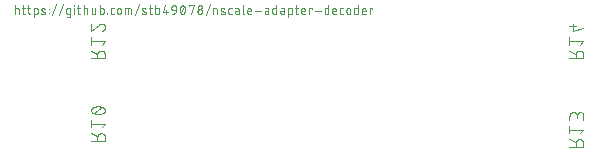
<source format=gbr>
G04 EAGLE Gerber RS-274X export*
G75*
%MOMM*%
%FSLAX34Y34*%
%LPD*%
%INSilkscreen Bottom*%
%IPPOS*%
%AMOC8*
5,1,8,0,0,1.08239X$1,22.5*%
G01*
%ADD10C,0.076200*%
%ADD11C,0.101600*%


D10*
X10381Y135381D02*
X10381Y142747D01*
X10381Y140292D02*
X12427Y140292D01*
X12496Y140290D01*
X12564Y140284D01*
X12633Y140275D01*
X12700Y140261D01*
X12767Y140244D01*
X12833Y140223D01*
X12897Y140199D01*
X12960Y140170D01*
X13021Y140139D01*
X13080Y140104D01*
X13138Y140066D01*
X13193Y140024D01*
X13245Y139980D01*
X13295Y139932D01*
X13343Y139882D01*
X13387Y139830D01*
X13429Y139775D01*
X13467Y139717D01*
X13502Y139658D01*
X13533Y139597D01*
X13562Y139534D01*
X13586Y139470D01*
X13607Y139404D01*
X13624Y139337D01*
X13638Y139270D01*
X13647Y139201D01*
X13653Y139133D01*
X13655Y139064D01*
X13655Y135381D01*
X16334Y140292D02*
X18790Y140292D01*
X17153Y142747D02*
X17153Y136609D01*
X17152Y136609D02*
X17154Y136540D01*
X17160Y136472D01*
X17169Y136403D01*
X17183Y136336D01*
X17200Y136269D01*
X17221Y136203D01*
X17245Y136139D01*
X17274Y136076D01*
X17305Y136015D01*
X17340Y135956D01*
X17378Y135898D01*
X17420Y135843D01*
X17464Y135791D01*
X17512Y135741D01*
X17562Y135693D01*
X17614Y135649D01*
X17669Y135607D01*
X17727Y135569D01*
X17786Y135534D01*
X17847Y135503D01*
X17910Y135474D01*
X17974Y135450D01*
X18040Y135429D01*
X18107Y135412D01*
X18174Y135398D01*
X18243Y135389D01*
X18311Y135383D01*
X18380Y135381D01*
X18790Y135381D01*
X20967Y140292D02*
X23423Y140292D01*
X21786Y142747D02*
X21786Y136609D01*
X21785Y136609D02*
X21787Y136540D01*
X21793Y136472D01*
X21802Y136403D01*
X21816Y136336D01*
X21833Y136269D01*
X21854Y136203D01*
X21878Y136139D01*
X21907Y136076D01*
X21938Y136015D01*
X21973Y135956D01*
X22011Y135898D01*
X22053Y135843D01*
X22097Y135791D01*
X22145Y135741D01*
X22195Y135693D01*
X22247Y135649D01*
X22302Y135607D01*
X22360Y135569D01*
X22419Y135534D01*
X22480Y135503D01*
X22543Y135474D01*
X22607Y135450D01*
X22673Y135429D01*
X22740Y135412D01*
X22807Y135398D01*
X22876Y135389D01*
X22944Y135383D01*
X23013Y135381D01*
X23423Y135381D01*
X26515Y132926D02*
X26515Y140292D01*
X28561Y140292D01*
X28630Y140290D01*
X28698Y140284D01*
X28767Y140275D01*
X28834Y140261D01*
X28901Y140244D01*
X28967Y140223D01*
X29031Y140199D01*
X29094Y140170D01*
X29155Y140139D01*
X29214Y140104D01*
X29272Y140066D01*
X29327Y140024D01*
X29379Y139980D01*
X29429Y139932D01*
X29477Y139882D01*
X29521Y139830D01*
X29563Y139775D01*
X29601Y139717D01*
X29636Y139658D01*
X29667Y139597D01*
X29696Y139534D01*
X29720Y139470D01*
X29741Y139404D01*
X29758Y139337D01*
X29772Y139270D01*
X29781Y139201D01*
X29787Y139133D01*
X29789Y139064D01*
X29789Y136609D01*
X29787Y136540D01*
X29781Y136472D01*
X29772Y136403D01*
X29758Y136336D01*
X29741Y136269D01*
X29720Y136203D01*
X29696Y136139D01*
X29667Y136076D01*
X29636Y136015D01*
X29601Y135956D01*
X29563Y135898D01*
X29521Y135843D01*
X29477Y135791D01*
X29429Y135741D01*
X29379Y135693D01*
X29327Y135649D01*
X29272Y135608D01*
X29214Y135569D01*
X29155Y135534D01*
X29094Y135503D01*
X29031Y135474D01*
X28967Y135450D01*
X28901Y135429D01*
X28834Y135412D01*
X28767Y135398D01*
X28699Y135389D01*
X28630Y135383D01*
X28561Y135381D01*
X26515Y135381D01*
X33428Y138246D02*
X35474Y137427D01*
X33428Y138246D02*
X33369Y138271D01*
X33312Y138300D01*
X33257Y138333D01*
X33204Y138369D01*
X33153Y138407D01*
X33105Y138449D01*
X33059Y138494D01*
X33016Y138541D01*
X32976Y138591D01*
X32939Y138643D01*
X32905Y138698D01*
X32874Y138754D01*
X32847Y138812D01*
X32824Y138872D01*
X32804Y138932D01*
X32788Y138994D01*
X32775Y139057D01*
X32767Y139121D01*
X32762Y139184D01*
X32761Y139248D01*
X32764Y139312D01*
X32771Y139376D01*
X32782Y139439D01*
X32796Y139501D01*
X32814Y139563D01*
X32836Y139623D01*
X32861Y139682D01*
X32890Y139739D01*
X32923Y139794D01*
X32958Y139847D01*
X32997Y139898D01*
X33039Y139947D01*
X33083Y139993D01*
X33131Y140036D01*
X33180Y140076D01*
X33233Y140113D01*
X33287Y140147D01*
X33343Y140178D01*
X33401Y140205D01*
X33460Y140229D01*
X33521Y140248D01*
X33583Y140265D01*
X33646Y140277D01*
X33709Y140286D01*
X33773Y140291D01*
X33837Y140292D01*
X33973Y140288D01*
X34108Y140280D01*
X34244Y140268D01*
X34378Y140252D01*
X34513Y140232D01*
X34646Y140209D01*
X34779Y140181D01*
X34911Y140150D01*
X35042Y140115D01*
X35172Y140076D01*
X35301Y140033D01*
X35428Y139986D01*
X35554Y139936D01*
X35679Y139882D01*
X35474Y137427D02*
X35533Y137402D01*
X35590Y137373D01*
X35645Y137340D01*
X35698Y137304D01*
X35749Y137266D01*
X35797Y137224D01*
X35843Y137179D01*
X35886Y137132D01*
X35926Y137082D01*
X35963Y137030D01*
X35997Y136975D01*
X36028Y136919D01*
X36055Y136861D01*
X36078Y136801D01*
X36098Y136741D01*
X36114Y136679D01*
X36127Y136616D01*
X36135Y136552D01*
X36140Y136489D01*
X36141Y136425D01*
X36138Y136361D01*
X36131Y136297D01*
X36120Y136234D01*
X36106Y136172D01*
X36088Y136110D01*
X36066Y136050D01*
X36041Y135991D01*
X36012Y135934D01*
X35979Y135879D01*
X35944Y135826D01*
X35905Y135775D01*
X35863Y135726D01*
X35819Y135680D01*
X35771Y135637D01*
X35722Y135597D01*
X35669Y135560D01*
X35615Y135526D01*
X35559Y135495D01*
X35501Y135468D01*
X35442Y135444D01*
X35381Y135425D01*
X35319Y135408D01*
X35256Y135396D01*
X35193Y135387D01*
X35129Y135382D01*
X35065Y135381D01*
X34901Y135385D01*
X34737Y135393D01*
X34573Y135405D01*
X34410Y135421D01*
X34247Y135441D01*
X34084Y135464D01*
X33923Y135492D01*
X33761Y135523D01*
X33601Y135558D01*
X33442Y135597D01*
X33283Y135640D01*
X33126Y135686D01*
X32969Y135736D01*
X32814Y135790D01*
X39123Y135995D02*
X39123Y136404D01*
X39532Y136404D01*
X39532Y135995D01*
X39123Y135995D01*
X39123Y139269D02*
X39123Y139678D01*
X39532Y139678D01*
X39532Y139269D01*
X39123Y139269D01*
X42324Y134563D02*
X45598Y143565D01*
X51450Y143565D02*
X48176Y134563D01*
X55459Y135381D02*
X57505Y135381D01*
X55459Y135381D02*
X55390Y135383D01*
X55322Y135389D01*
X55253Y135398D01*
X55186Y135412D01*
X55119Y135429D01*
X55053Y135450D01*
X54989Y135474D01*
X54926Y135503D01*
X54865Y135534D01*
X54806Y135569D01*
X54748Y135607D01*
X54693Y135649D01*
X54641Y135693D01*
X54591Y135741D01*
X54543Y135791D01*
X54499Y135843D01*
X54457Y135898D01*
X54419Y135956D01*
X54384Y136015D01*
X54353Y136076D01*
X54324Y136139D01*
X54300Y136203D01*
X54279Y136269D01*
X54262Y136336D01*
X54248Y136403D01*
X54239Y136472D01*
X54233Y136540D01*
X54231Y136609D01*
X54231Y139064D01*
X54233Y139133D01*
X54239Y139201D01*
X54248Y139270D01*
X54262Y139337D01*
X54279Y139404D01*
X54300Y139470D01*
X54324Y139534D01*
X54353Y139597D01*
X54384Y139658D01*
X54419Y139717D01*
X54457Y139775D01*
X54499Y139830D01*
X54543Y139882D01*
X54591Y139932D01*
X54641Y139980D01*
X54693Y140024D01*
X54748Y140066D01*
X54806Y140104D01*
X54865Y140139D01*
X54926Y140170D01*
X54989Y140199D01*
X55053Y140223D01*
X55119Y140244D01*
X55186Y140261D01*
X55253Y140275D01*
X55322Y140284D01*
X55390Y140290D01*
X55459Y140292D01*
X57505Y140292D01*
X57505Y134153D01*
X57503Y134084D01*
X57497Y134016D01*
X57488Y133947D01*
X57474Y133880D01*
X57457Y133813D01*
X57436Y133747D01*
X57412Y133683D01*
X57383Y133620D01*
X57352Y133559D01*
X57317Y133500D01*
X57279Y133442D01*
X57237Y133387D01*
X57193Y133335D01*
X57145Y133285D01*
X57095Y133237D01*
X57043Y133193D01*
X56988Y133152D01*
X56930Y133113D01*
X56871Y133078D01*
X56810Y133047D01*
X56747Y133018D01*
X56683Y132994D01*
X56617Y132973D01*
X56550Y132956D01*
X56483Y132942D01*
X56415Y132933D01*
X56346Y132927D01*
X56277Y132925D01*
X56277Y132926D02*
X54640Y132926D01*
X60786Y135381D02*
X60786Y140292D01*
X60581Y142338D02*
X60581Y142747D01*
X60990Y142747D01*
X60990Y142338D01*
X60581Y142338D01*
X63151Y140292D02*
X65607Y140292D01*
X63970Y142747D02*
X63970Y136609D01*
X63969Y136609D02*
X63971Y136540D01*
X63977Y136472D01*
X63986Y136403D01*
X64000Y136336D01*
X64017Y136269D01*
X64038Y136203D01*
X64062Y136139D01*
X64091Y136076D01*
X64122Y136015D01*
X64157Y135956D01*
X64195Y135898D01*
X64237Y135843D01*
X64281Y135791D01*
X64329Y135741D01*
X64379Y135693D01*
X64431Y135649D01*
X64486Y135607D01*
X64544Y135569D01*
X64603Y135534D01*
X64664Y135503D01*
X64727Y135474D01*
X64791Y135450D01*
X64857Y135429D01*
X64924Y135412D01*
X64991Y135398D01*
X65060Y135389D01*
X65128Y135383D01*
X65197Y135381D01*
X65607Y135381D01*
X68658Y135381D02*
X68658Y142747D01*
X68658Y140292D02*
X70704Y140292D01*
X70773Y140290D01*
X70841Y140284D01*
X70910Y140275D01*
X70977Y140261D01*
X71044Y140244D01*
X71110Y140223D01*
X71174Y140199D01*
X71237Y140170D01*
X71298Y140139D01*
X71357Y140104D01*
X71415Y140066D01*
X71470Y140024D01*
X71522Y139980D01*
X71572Y139932D01*
X71620Y139882D01*
X71664Y139830D01*
X71706Y139775D01*
X71744Y139717D01*
X71779Y139658D01*
X71810Y139597D01*
X71839Y139534D01*
X71863Y139470D01*
X71884Y139404D01*
X71901Y139337D01*
X71915Y139270D01*
X71924Y139201D01*
X71930Y139133D01*
X71932Y139064D01*
X71932Y135381D01*
X75486Y136609D02*
X75486Y140292D01*
X75486Y136609D02*
X75488Y136540D01*
X75494Y136472D01*
X75503Y136403D01*
X75517Y136336D01*
X75534Y136269D01*
X75555Y136203D01*
X75579Y136139D01*
X75608Y136076D01*
X75639Y136015D01*
X75674Y135956D01*
X75712Y135898D01*
X75754Y135843D01*
X75798Y135791D01*
X75846Y135741D01*
X75896Y135693D01*
X75948Y135649D01*
X76003Y135607D01*
X76061Y135569D01*
X76120Y135534D01*
X76181Y135503D01*
X76244Y135474D01*
X76308Y135450D01*
X76374Y135429D01*
X76441Y135412D01*
X76508Y135398D01*
X76577Y135389D01*
X76645Y135383D01*
X76714Y135381D01*
X78760Y135381D01*
X78760Y140292D01*
X82354Y142747D02*
X82354Y135381D01*
X84400Y135381D01*
X84469Y135383D01*
X84537Y135389D01*
X84606Y135398D01*
X84673Y135412D01*
X84740Y135429D01*
X84806Y135450D01*
X84870Y135474D01*
X84933Y135503D01*
X84994Y135534D01*
X85053Y135569D01*
X85111Y135607D01*
X85166Y135649D01*
X85218Y135693D01*
X85268Y135741D01*
X85316Y135791D01*
X85360Y135843D01*
X85402Y135898D01*
X85440Y135956D01*
X85475Y136015D01*
X85506Y136076D01*
X85535Y136139D01*
X85559Y136203D01*
X85580Y136269D01*
X85597Y136336D01*
X85611Y136403D01*
X85620Y136472D01*
X85626Y136540D01*
X85628Y136609D01*
X85628Y139064D01*
X85626Y139133D01*
X85620Y139201D01*
X85611Y139270D01*
X85597Y139337D01*
X85580Y139404D01*
X85559Y139470D01*
X85535Y139534D01*
X85506Y139597D01*
X85475Y139658D01*
X85440Y139717D01*
X85402Y139775D01*
X85360Y139830D01*
X85316Y139882D01*
X85268Y139932D01*
X85218Y139980D01*
X85166Y140024D01*
X85111Y140066D01*
X85053Y140104D01*
X84994Y140139D01*
X84933Y140170D01*
X84870Y140199D01*
X84806Y140223D01*
X84740Y140244D01*
X84673Y140261D01*
X84606Y140275D01*
X84537Y140284D01*
X84469Y140290D01*
X84400Y140292D01*
X82354Y140292D01*
X88379Y135790D02*
X88379Y135381D01*
X88379Y135790D02*
X88788Y135790D01*
X88788Y135381D01*
X88379Y135381D01*
X92816Y135381D02*
X94453Y135381D01*
X92816Y135381D02*
X92747Y135383D01*
X92679Y135389D01*
X92610Y135398D01*
X92543Y135412D01*
X92476Y135429D01*
X92410Y135450D01*
X92346Y135474D01*
X92283Y135503D01*
X92222Y135534D01*
X92163Y135569D01*
X92105Y135607D01*
X92050Y135649D01*
X91998Y135693D01*
X91948Y135741D01*
X91900Y135791D01*
X91856Y135843D01*
X91814Y135898D01*
X91776Y135956D01*
X91741Y136015D01*
X91710Y136076D01*
X91681Y136139D01*
X91657Y136203D01*
X91636Y136269D01*
X91619Y136336D01*
X91605Y136403D01*
X91596Y136472D01*
X91590Y136540D01*
X91588Y136609D01*
X91588Y139064D01*
X91590Y139133D01*
X91596Y139201D01*
X91605Y139270D01*
X91619Y139337D01*
X91636Y139404D01*
X91657Y139470D01*
X91681Y139534D01*
X91710Y139597D01*
X91741Y139658D01*
X91776Y139717D01*
X91814Y139775D01*
X91856Y139830D01*
X91900Y139882D01*
X91948Y139932D01*
X91998Y139980D01*
X92050Y140024D01*
X92105Y140066D01*
X92163Y140104D01*
X92222Y140139D01*
X92283Y140170D01*
X92346Y140199D01*
X92410Y140223D01*
X92476Y140244D01*
X92543Y140261D01*
X92610Y140275D01*
X92679Y140284D01*
X92747Y140290D01*
X92816Y140292D01*
X94453Y140292D01*
X97187Y138655D02*
X97187Y137018D01*
X97187Y138655D02*
X97189Y138734D01*
X97195Y138813D01*
X97204Y138892D01*
X97217Y138970D01*
X97235Y139047D01*
X97255Y139123D01*
X97280Y139198D01*
X97308Y139272D01*
X97339Y139345D01*
X97375Y139416D01*
X97413Y139485D01*
X97455Y139552D01*
X97500Y139617D01*
X97548Y139680D01*
X97599Y139741D01*
X97653Y139798D01*
X97709Y139854D01*
X97768Y139906D01*
X97830Y139956D01*
X97894Y140002D01*
X97960Y140046D01*
X98028Y140086D01*
X98098Y140122D01*
X98170Y140156D01*
X98244Y140186D01*
X98318Y140212D01*
X98394Y140235D01*
X98471Y140253D01*
X98548Y140269D01*
X98627Y140280D01*
X98705Y140288D01*
X98784Y140292D01*
X98864Y140292D01*
X98943Y140288D01*
X99021Y140280D01*
X99100Y140269D01*
X99177Y140253D01*
X99254Y140235D01*
X99330Y140212D01*
X99404Y140186D01*
X99478Y140156D01*
X99550Y140122D01*
X99620Y140086D01*
X99688Y140046D01*
X99754Y140002D01*
X99818Y139956D01*
X99880Y139906D01*
X99939Y139854D01*
X99995Y139798D01*
X100049Y139741D01*
X100100Y139680D01*
X100148Y139617D01*
X100193Y139552D01*
X100235Y139485D01*
X100273Y139416D01*
X100309Y139345D01*
X100340Y139272D01*
X100368Y139198D01*
X100393Y139123D01*
X100413Y139047D01*
X100431Y138970D01*
X100444Y138892D01*
X100453Y138813D01*
X100459Y138734D01*
X100461Y138655D01*
X100461Y137018D01*
X100459Y136939D01*
X100453Y136860D01*
X100444Y136781D01*
X100431Y136703D01*
X100413Y136626D01*
X100393Y136550D01*
X100368Y136475D01*
X100340Y136401D01*
X100309Y136328D01*
X100273Y136257D01*
X100235Y136188D01*
X100193Y136121D01*
X100148Y136056D01*
X100100Y135993D01*
X100049Y135932D01*
X99995Y135875D01*
X99939Y135819D01*
X99880Y135767D01*
X99818Y135717D01*
X99754Y135671D01*
X99688Y135627D01*
X99620Y135587D01*
X99550Y135551D01*
X99478Y135517D01*
X99404Y135487D01*
X99330Y135461D01*
X99254Y135438D01*
X99177Y135420D01*
X99100Y135404D01*
X99021Y135393D01*
X98943Y135385D01*
X98864Y135381D01*
X98784Y135381D01*
X98705Y135385D01*
X98627Y135393D01*
X98548Y135404D01*
X98471Y135420D01*
X98394Y135438D01*
X98318Y135461D01*
X98244Y135487D01*
X98170Y135517D01*
X98098Y135551D01*
X98028Y135587D01*
X97960Y135627D01*
X97894Y135671D01*
X97830Y135717D01*
X97768Y135767D01*
X97709Y135819D01*
X97653Y135875D01*
X97599Y135932D01*
X97548Y135993D01*
X97500Y136056D01*
X97455Y136121D01*
X97413Y136188D01*
X97375Y136257D01*
X97339Y136328D01*
X97308Y136401D01*
X97280Y136475D01*
X97255Y136550D01*
X97235Y136626D01*
X97217Y136703D01*
X97204Y136781D01*
X97195Y136860D01*
X97189Y136939D01*
X97187Y137018D01*
X103928Y135381D02*
X103928Y140292D01*
X107611Y140292D01*
X107680Y140290D01*
X107748Y140284D01*
X107817Y140275D01*
X107884Y140261D01*
X107951Y140244D01*
X108017Y140223D01*
X108081Y140199D01*
X108144Y140170D01*
X108205Y140139D01*
X108264Y140104D01*
X108322Y140066D01*
X108377Y140024D01*
X108429Y139980D01*
X108479Y139932D01*
X108527Y139882D01*
X108571Y139830D01*
X108613Y139775D01*
X108651Y139717D01*
X108686Y139658D01*
X108717Y139597D01*
X108746Y139534D01*
X108770Y139470D01*
X108791Y139404D01*
X108808Y139337D01*
X108822Y139270D01*
X108831Y139201D01*
X108837Y139133D01*
X108839Y139064D01*
X108839Y135381D01*
X106383Y135381D02*
X106383Y140292D01*
X112062Y134563D02*
X115335Y143565D01*
X118771Y138246D02*
X120818Y137427D01*
X118772Y138246D02*
X118713Y138271D01*
X118656Y138300D01*
X118601Y138333D01*
X118548Y138369D01*
X118497Y138407D01*
X118449Y138449D01*
X118403Y138494D01*
X118360Y138541D01*
X118320Y138591D01*
X118283Y138643D01*
X118249Y138698D01*
X118218Y138754D01*
X118191Y138812D01*
X118168Y138872D01*
X118148Y138932D01*
X118132Y138994D01*
X118119Y139057D01*
X118111Y139121D01*
X118106Y139184D01*
X118105Y139248D01*
X118108Y139312D01*
X118115Y139376D01*
X118126Y139439D01*
X118140Y139501D01*
X118158Y139563D01*
X118180Y139623D01*
X118205Y139682D01*
X118234Y139739D01*
X118267Y139794D01*
X118302Y139847D01*
X118341Y139898D01*
X118383Y139947D01*
X118427Y139993D01*
X118475Y140036D01*
X118524Y140076D01*
X118577Y140113D01*
X118631Y140147D01*
X118687Y140178D01*
X118745Y140205D01*
X118804Y140229D01*
X118865Y140248D01*
X118927Y140265D01*
X118990Y140277D01*
X119053Y140286D01*
X119117Y140291D01*
X119181Y140292D01*
X119180Y140292D02*
X119316Y140288D01*
X119451Y140280D01*
X119587Y140268D01*
X119721Y140252D01*
X119856Y140232D01*
X119989Y140209D01*
X120122Y140181D01*
X120254Y140150D01*
X120385Y140115D01*
X120515Y140076D01*
X120644Y140033D01*
X120771Y139986D01*
X120897Y139936D01*
X121022Y139882D01*
X120817Y137427D02*
X120876Y137402D01*
X120933Y137373D01*
X120988Y137340D01*
X121041Y137304D01*
X121092Y137266D01*
X121140Y137224D01*
X121186Y137179D01*
X121229Y137132D01*
X121269Y137082D01*
X121306Y137030D01*
X121340Y136975D01*
X121371Y136919D01*
X121398Y136861D01*
X121421Y136801D01*
X121441Y136741D01*
X121457Y136679D01*
X121470Y136616D01*
X121478Y136552D01*
X121483Y136489D01*
X121484Y136425D01*
X121481Y136361D01*
X121474Y136297D01*
X121463Y136234D01*
X121449Y136172D01*
X121431Y136110D01*
X121409Y136050D01*
X121384Y135991D01*
X121355Y135934D01*
X121322Y135879D01*
X121287Y135826D01*
X121248Y135775D01*
X121206Y135726D01*
X121162Y135680D01*
X121114Y135637D01*
X121065Y135597D01*
X121012Y135560D01*
X120958Y135526D01*
X120902Y135495D01*
X120844Y135468D01*
X120785Y135444D01*
X120724Y135425D01*
X120662Y135408D01*
X120599Y135396D01*
X120536Y135387D01*
X120472Y135382D01*
X120408Y135381D01*
X120244Y135385D01*
X120080Y135393D01*
X119916Y135405D01*
X119753Y135421D01*
X119590Y135441D01*
X119427Y135464D01*
X119266Y135492D01*
X119104Y135523D01*
X118944Y135558D01*
X118785Y135597D01*
X118626Y135640D01*
X118469Y135686D01*
X118312Y135736D01*
X118157Y135790D01*
X123867Y140292D02*
X126322Y140292D01*
X124686Y142747D02*
X124686Y136609D01*
X124685Y136609D02*
X124687Y136540D01*
X124693Y136472D01*
X124702Y136403D01*
X124716Y136336D01*
X124733Y136269D01*
X124754Y136203D01*
X124778Y136139D01*
X124807Y136076D01*
X124838Y136015D01*
X124873Y135956D01*
X124911Y135898D01*
X124953Y135843D01*
X124997Y135791D01*
X125045Y135741D01*
X125095Y135693D01*
X125147Y135649D01*
X125202Y135607D01*
X125260Y135569D01*
X125319Y135534D01*
X125380Y135503D01*
X125443Y135474D01*
X125507Y135450D01*
X125573Y135429D01*
X125640Y135412D01*
X125707Y135398D01*
X125776Y135389D01*
X125844Y135383D01*
X125913Y135381D01*
X126322Y135381D01*
X129415Y135381D02*
X129415Y142747D01*
X129415Y135381D02*
X131461Y135381D01*
X131530Y135383D01*
X131598Y135389D01*
X131667Y135398D01*
X131734Y135412D01*
X131801Y135429D01*
X131867Y135450D01*
X131931Y135474D01*
X131994Y135503D01*
X132055Y135534D01*
X132114Y135569D01*
X132172Y135607D01*
X132227Y135649D01*
X132279Y135693D01*
X132329Y135741D01*
X132377Y135791D01*
X132421Y135843D01*
X132463Y135898D01*
X132501Y135956D01*
X132536Y136015D01*
X132567Y136076D01*
X132596Y136139D01*
X132620Y136203D01*
X132641Y136269D01*
X132658Y136336D01*
X132672Y136403D01*
X132681Y136472D01*
X132687Y136540D01*
X132689Y136609D01*
X132689Y139064D01*
X132687Y139133D01*
X132681Y139201D01*
X132672Y139270D01*
X132658Y139337D01*
X132641Y139404D01*
X132620Y139470D01*
X132596Y139534D01*
X132567Y139597D01*
X132536Y139658D01*
X132501Y139717D01*
X132463Y139775D01*
X132421Y139830D01*
X132377Y139882D01*
X132329Y139932D01*
X132279Y139980D01*
X132227Y140024D01*
X132172Y140066D01*
X132114Y140104D01*
X132055Y140139D01*
X131994Y140170D01*
X131931Y140199D01*
X131867Y140223D01*
X131801Y140244D01*
X131734Y140261D01*
X131667Y140275D01*
X131598Y140284D01*
X131530Y140290D01*
X131461Y140292D01*
X129415Y140292D01*
X135792Y137018D02*
X137429Y142747D01*
X135792Y137018D02*
X139885Y137018D01*
X138657Y138655D02*
X138657Y135381D01*
X144745Y138655D02*
X147200Y138655D01*
X144745Y138655D02*
X144667Y138657D01*
X144589Y138662D01*
X144512Y138672D01*
X144435Y138685D01*
X144359Y138701D01*
X144284Y138721D01*
X144210Y138745D01*
X144137Y138772D01*
X144065Y138803D01*
X143995Y138837D01*
X143926Y138874D01*
X143860Y138915D01*
X143795Y138959D01*
X143733Y139005D01*
X143673Y139055D01*
X143615Y139107D01*
X143560Y139162D01*
X143508Y139220D01*
X143458Y139280D01*
X143412Y139342D01*
X143368Y139407D01*
X143327Y139474D01*
X143290Y139542D01*
X143256Y139612D01*
X143225Y139684D01*
X143198Y139757D01*
X143174Y139831D01*
X143154Y139906D01*
X143138Y139982D01*
X143125Y140059D01*
X143115Y140136D01*
X143110Y140214D01*
X143108Y140292D01*
X143108Y140701D01*
X143110Y140790D01*
X143116Y140879D01*
X143126Y140968D01*
X143139Y141056D01*
X143156Y141144D01*
X143178Y141231D01*
X143203Y141316D01*
X143231Y141401D01*
X143264Y141484D01*
X143300Y141566D01*
X143339Y141646D01*
X143382Y141724D01*
X143428Y141800D01*
X143478Y141875D01*
X143531Y141947D01*
X143587Y142016D01*
X143646Y142083D01*
X143707Y142148D01*
X143772Y142209D01*
X143839Y142268D01*
X143908Y142324D01*
X143980Y142377D01*
X144055Y142427D01*
X144131Y142473D01*
X144209Y142516D01*
X144289Y142555D01*
X144371Y142591D01*
X144454Y142624D01*
X144539Y142652D01*
X144624Y142677D01*
X144711Y142699D01*
X144799Y142716D01*
X144887Y142729D01*
X144976Y142739D01*
X145065Y142745D01*
X145154Y142747D01*
X145243Y142745D01*
X145332Y142739D01*
X145421Y142729D01*
X145509Y142716D01*
X145597Y142699D01*
X145684Y142677D01*
X145769Y142652D01*
X145854Y142624D01*
X145937Y142591D01*
X146019Y142555D01*
X146099Y142516D01*
X146177Y142473D01*
X146253Y142427D01*
X146328Y142377D01*
X146400Y142324D01*
X146469Y142268D01*
X146536Y142209D01*
X146601Y142148D01*
X146662Y142083D01*
X146721Y142016D01*
X146777Y141947D01*
X146830Y141875D01*
X146880Y141800D01*
X146926Y141724D01*
X146969Y141646D01*
X147008Y141566D01*
X147044Y141484D01*
X147077Y141401D01*
X147105Y141316D01*
X147130Y141231D01*
X147152Y141144D01*
X147169Y141056D01*
X147182Y140968D01*
X147192Y140879D01*
X147198Y140790D01*
X147200Y140701D01*
X147200Y138655D01*
X147198Y138543D01*
X147192Y138432D01*
X147183Y138320D01*
X147170Y138209D01*
X147152Y138099D01*
X147132Y137989D01*
X147107Y137880D01*
X147079Y137772D01*
X147047Y137665D01*
X147011Y137559D01*
X146972Y137454D01*
X146929Y137351D01*
X146883Y137249D01*
X146833Y137149D01*
X146780Y137050D01*
X146723Y136954D01*
X146664Y136859D01*
X146601Y136767D01*
X146535Y136677D01*
X146466Y136589D01*
X146394Y136503D01*
X146319Y136420D01*
X146241Y136340D01*
X146161Y136262D01*
X146078Y136187D01*
X145992Y136115D01*
X145904Y136046D01*
X145814Y135980D01*
X145722Y135917D01*
X145627Y135858D01*
X145531Y135801D01*
X145432Y135748D01*
X145332Y135698D01*
X145230Y135652D01*
X145127Y135609D01*
X145022Y135570D01*
X144916Y135534D01*
X144809Y135502D01*
X144701Y135474D01*
X144592Y135449D01*
X144482Y135429D01*
X144372Y135411D01*
X144261Y135398D01*
X144149Y135389D01*
X144038Y135383D01*
X143926Y135381D01*
X150423Y139064D02*
X150425Y139217D01*
X150431Y139370D01*
X150440Y139522D01*
X150454Y139675D01*
X150471Y139827D01*
X150492Y139978D01*
X150517Y140129D01*
X150546Y140279D01*
X150578Y140429D01*
X150615Y140577D01*
X150655Y140725D01*
X150698Y140872D01*
X150746Y141017D01*
X150797Y141161D01*
X150851Y141304D01*
X150910Y141446D01*
X150971Y141585D01*
X151037Y141724D01*
X151063Y141794D01*
X151093Y141864D01*
X151126Y141931D01*
X151162Y141997D01*
X151201Y142061D01*
X151244Y142123D01*
X151290Y142182D01*
X151338Y142240D01*
X151389Y142294D01*
X151443Y142347D01*
X151500Y142396D01*
X151559Y142443D01*
X151620Y142486D01*
X151683Y142527D01*
X151748Y142564D01*
X151815Y142599D01*
X151884Y142629D01*
X151954Y142657D01*
X152025Y142680D01*
X152097Y142701D01*
X152170Y142717D01*
X152244Y142730D01*
X152319Y142740D01*
X152394Y142745D01*
X152469Y142747D01*
X152544Y142745D01*
X152619Y142740D01*
X152694Y142730D01*
X152768Y142717D01*
X152841Y142701D01*
X152913Y142680D01*
X152984Y142657D01*
X153054Y142629D01*
X153123Y142599D01*
X153190Y142564D01*
X153255Y142527D01*
X153318Y142486D01*
X153379Y142443D01*
X153438Y142396D01*
X153495Y142347D01*
X153549Y142294D01*
X153600Y142240D01*
X153649Y142182D01*
X153694Y142123D01*
X153737Y142061D01*
X153776Y141997D01*
X153813Y141931D01*
X153845Y141863D01*
X153875Y141794D01*
X153901Y141724D01*
X153966Y141586D01*
X154028Y141446D01*
X154086Y141304D01*
X154141Y141161D01*
X154192Y141017D01*
X154240Y140872D01*
X154283Y140725D01*
X154323Y140578D01*
X154360Y140429D01*
X154392Y140279D01*
X154421Y140129D01*
X154446Y139978D01*
X154467Y139827D01*
X154484Y139675D01*
X154498Y139522D01*
X154507Y139370D01*
X154513Y139217D01*
X154515Y139064D01*
X150422Y139064D02*
X150424Y138911D01*
X150430Y138758D01*
X150439Y138605D01*
X150453Y138453D01*
X150470Y138301D01*
X150491Y138150D01*
X150516Y137999D01*
X150545Y137848D01*
X150577Y137699D01*
X150614Y137550D01*
X150654Y137403D01*
X150697Y137256D01*
X150745Y137111D01*
X150796Y136966D01*
X150851Y136824D01*
X150909Y136682D01*
X150971Y136542D01*
X151036Y136404D01*
X151037Y136404D02*
X151063Y136333D01*
X151093Y136264D01*
X151126Y136197D01*
X151162Y136131D01*
X151201Y136067D01*
X151244Y136005D01*
X151290Y135946D01*
X151338Y135888D01*
X151389Y135834D01*
X151443Y135781D01*
X151500Y135732D01*
X151559Y135685D01*
X151620Y135642D01*
X151683Y135601D01*
X151748Y135564D01*
X151815Y135529D01*
X151884Y135499D01*
X151954Y135471D01*
X152025Y135448D01*
X152097Y135427D01*
X152170Y135411D01*
X152244Y135398D01*
X152319Y135388D01*
X152394Y135383D01*
X152469Y135381D01*
X153901Y136404D02*
X153966Y136542D01*
X154028Y136682D01*
X154086Y136824D01*
X154141Y136967D01*
X154192Y137111D01*
X154240Y137256D01*
X154283Y137403D01*
X154323Y137551D01*
X154360Y137699D01*
X154392Y137849D01*
X154421Y137999D01*
X154446Y138150D01*
X154467Y138301D01*
X154484Y138453D01*
X154498Y138606D01*
X154507Y138758D01*
X154513Y138911D01*
X154515Y139064D01*
X153901Y136404D02*
X153875Y136334D01*
X153845Y136264D01*
X153813Y136197D01*
X153776Y136131D01*
X153737Y136067D01*
X153694Y136005D01*
X153648Y135946D01*
X153600Y135888D01*
X153549Y135834D01*
X153495Y135781D01*
X153438Y135732D01*
X153379Y135685D01*
X153318Y135642D01*
X153255Y135601D01*
X153190Y135564D01*
X153123Y135529D01*
X153054Y135499D01*
X152984Y135471D01*
X152913Y135448D01*
X152841Y135427D01*
X152768Y135411D01*
X152694Y135398D01*
X152619Y135388D01*
X152544Y135383D01*
X152469Y135381D01*
X150832Y137018D02*
X154106Y141110D01*
X157738Y141929D02*
X157738Y142747D01*
X161830Y142747D01*
X159784Y135381D01*
X165053Y137427D02*
X165055Y137516D01*
X165061Y137605D01*
X165071Y137694D01*
X165084Y137782D01*
X165101Y137870D01*
X165123Y137957D01*
X165148Y138042D01*
X165176Y138127D01*
X165209Y138210D01*
X165245Y138292D01*
X165284Y138372D01*
X165327Y138450D01*
X165373Y138526D01*
X165423Y138601D01*
X165476Y138673D01*
X165532Y138742D01*
X165591Y138809D01*
X165652Y138874D01*
X165717Y138935D01*
X165784Y138994D01*
X165853Y139050D01*
X165925Y139103D01*
X166000Y139153D01*
X166076Y139199D01*
X166154Y139242D01*
X166234Y139281D01*
X166316Y139317D01*
X166399Y139350D01*
X166484Y139378D01*
X166569Y139403D01*
X166656Y139425D01*
X166744Y139442D01*
X166832Y139455D01*
X166921Y139465D01*
X167010Y139471D01*
X167099Y139473D01*
X167188Y139471D01*
X167277Y139465D01*
X167366Y139455D01*
X167454Y139442D01*
X167542Y139425D01*
X167629Y139403D01*
X167714Y139378D01*
X167799Y139350D01*
X167882Y139317D01*
X167964Y139281D01*
X168044Y139242D01*
X168122Y139199D01*
X168198Y139153D01*
X168273Y139103D01*
X168345Y139050D01*
X168414Y138994D01*
X168481Y138935D01*
X168546Y138874D01*
X168607Y138809D01*
X168666Y138742D01*
X168722Y138673D01*
X168775Y138601D01*
X168825Y138526D01*
X168871Y138450D01*
X168914Y138372D01*
X168953Y138292D01*
X168989Y138210D01*
X169022Y138127D01*
X169050Y138042D01*
X169075Y137957D01*
X169097Y137870D01*
X169114Y137782D01*
X169127Y137694D01*
X169137Y137605D01*
X169143Y137516D01*
X169145Y137427D01*
X169143Y137338D01*
X169137Y137249D01*
X169127Y137160D01*
X169114Y137072D01*
X169097Y136984D01*
X169075Y136897D01*
X169050Y136812D01*
X169022Y136727D01*
X168989Y136644D01*
X168953Y136562D01*
X168914Y136482D01*
X168871Y136404D01*
X168825Y136328D01*
X168775Y136253D01*
X168722Y136181D01*
X168666Y136112D01*
X168607Y136045D01*
X168546Y135980D01*
X168481Y135919D01*
X168414Y135860D01*
X168345Y135804D01*
X168273Y135751D01*
X168198Y135701D01*
X168122Y135655D01*
X168044Y135612D01*
X167964Y135573D01*
X167882Y135537D01*
X167799Y135504D01*
X167714Y135476D01*
X167629Y135451D01*
X167542Y135429D01*
X167454Y135412D01*
X167366Y135399D01*
X167277Y135389D01*
X167188Y135383D01*
X167099Y135381D01*
X167010Y135383D01*
X166921Y135389D01*
X166832Y135399D01*
X166744Y135412D01*
X166656Y135429D01*
X166569Y135451D01*
X166484Y135476D01*
X166399Y135504D01*
X166316Y135537D01*
X166234Y135573D01*
X166154Y135612D01*
X166076Y135655D01*
X166000Y135701D01*
X165925Y135751D01*
X165853Y135804D01*
X165784Y135860D01*
X165717Y135919D01*
X165652Y135980D01*
X165591Y136045D01*
X165532Y136112D01*
X165476Y136181D01*
X165423Y136253D01*
X165373Y136328D01*
X165327Y136404D01*
X165284Y136482D01*
X165245Y136562D01*
X165209Y136644D01*
X165176Y136727D01*
X165148Y136812D01*
X165123Y136897D01*
X165101Y136984D01*
X165084Y137072D01*
X165071Y137160D01*
X165061Y137249D01*
X165055Y137338D01*
X165053Y137427D01*
X165462Y141110D02*
X165464Y141189D01*
X165470Y141268D01*
X165479Y141347D01*
X165492Y141425D01*
X165510Y141502D01*
X165530Y141578D01*
X165555Y141653D01*
X165583Y141727D01*
X165614Y141800D01*
X165650Y141871D01*
X165688Y141940D01*
X165730Y142007D01*
X165775Y142072D01*
X165823Y142135D01*
X165874Y142196D01*
X165928Y142253D01*
X165984Y142309D01*
X166043Y142361D01*
X166105Y142411D01*
X166169Y142457D01*
X166235Y142501D01*
X166303Y142541D01*
X166373Y142577D01*
X166445Y142611D01*
X166519Y142641D01*
X166593Y142667D01*
X166669Y142690D01*
X166746Y142708D01*
X166823Y142724D01*
X166902Y142735D01*
X166980Y142743D01*
X167059Y142747D01*
X167139Y142747D01*
X167218Y142743D01*
X167296Y142735D01*
X167375Y142724D01*
X167452Y142708D01*
X167529Y142690D01*
X167605Y142667D01*
X167679Y142641D01*
X167753Y142611D01*
X167825Y142577D01*
X167895Y142541D01*
X167963Y142501D01*
X168029Y142457D01*
X168093Y142411D01*
X168155Y142361D01*
X168214Y142309D01*
X168270Y142253D01*
X168324Y142196D01*
X168375Y142135D01*
X168423Y142072D01*
X168468Y142007D01*
X168510Y141940D01*
X168548Y141871D01*
X168584Y141800D01*
X168615Y141727D01*
X168643Y141653D01*
X168668Y141578D01*
X168688Y141502D01*
X168706Y141425D01*
X168719Y141347D01*
X168728Y141268D01*
X168734Y141189D01*
X168736Y141110D01*
X168734Y141031D01*
X168728Y140952D01*
X168719Y140873D01*
X168706Y140795D01*
X168688Y140718D01*
X168668Y140642D01*
X168643Y140567D01*
X168615Y140493D01*
X168584Y140420D01*
X168548Y140349D01*
X168510Y140280D01*
X168468Y140213D01*
X168423Y140148D01*
X168375Y140085D01*
X168324Y140024D01*
X168270Y139967D01*
X168214Y139911D01*
X168155Y139859D01*
X168093Y139809D01*
X168029Y139763D01*
X167963Y139719D01*
X167895Y139679D01*
X167825Y139643D01*
X167753Y139609D01*
X167679Y139579D01*
X167605Y139553D01*
X167529Y139530D01*
X167452Y139512D01*
X167375Y139496D01*
X167296Y139485D01*
X167218Y139477D01*
X167139Y139473D01*
X167059Y139473D01*
X166980Y139477D01*
X166902Y139485D01*
X166823Y139496D01*
X166746Y139512D01*
X166669Y139530D01*
X166593Y139553D01*
X166519Y139579D01*
X166445Y139609D01*
X166373Y139643D01*
X166303Y139679D01*
X166235Y139719D01*
X166169Y139763D01*
X166105Y139809D01*
X166043Y139859D01*
X165984Y139911D01*
X165928Y139967D01*
X165874Y140024D01*
X165823Y140085D01*
X165775Y140148D01*
X165730Y140213D01*
X165688Y140280D01*
X165650Y140349D01*
X165614Y140420D01*
X165583Y140493D01*
X165555Y140567D01*
X165530Y140642D01*
X165510Y140718D01*
X165492Y140795D01*
X165479Y140873D01*
X165470Y140952D01*
X165464Y141031D01*
X165462Y141110D01*
X172046Y134563D02*
X175320Y143565D01*
X178386Y140292D02*
X178386Y135381D01*
X178386Y140292D02*
X180432Y140292D01*
X180501Y140290D01*
X180569Y140284D01*
X180638Y140275D01*
X180705Y140261D01*
X180772Y140244D01*
X180838Y140223D01*
X180902Y140199D01*
X180965Y140170D01*
X181026Y140139D01*
X181085Y140104D01*
X181143Y140066D01*
X181198Y140024D01*
X181250Y139980D01*
X181300Y139932D01*
X181348Y139882D01*
X181392Y139830D01*
X181434Y139775D01*
X181472Y139717D01*
X181507Y139658D01*
X181538Y139597D01*
X181567Y139534D01*
X181591Y139470D01*
X181612Y139404D01*
X181629Y139337D01*
X181643Y139270D01*
X181652Y139201D01*
X181658Y139133D01*
X181660Y139064D01*
X181660Y135381D01*
X185584Y138246D02*
X187630Y137427D01*
X185584Y138246D02*
X185525Y138271D01*
X185468Y138300D01*
X185413Y138333D01*
X185360Y138369D01*
X185309Y138407D01*
X185261Y138449D01*
X185215Y138494D01*
X185172Y138541D01*
X185132Y138591D01*
X185095Y138643D01*
X185061Y138698D01*
X185030Y138754D01*
X185003Y138812D01*
X184980Y138872D01*
X184960Y138932D01*
X184944Y138994D01*
X184931Y139057D01*
X184923Y139121D01*
X184918Y139184D01*
X184917Y139248D01*
X184920Y139312D01*
X184927Y139376D01*
X184938Y139439D01*
X184952Y139501D01*
X184970Y139563D01*
X184992Y139623D01*
X185017Y139682D01*
X185046Y139739D01*
X185079Y139794D01*
X185114Y139847D01*
X185153Y139898D01*
X185195Y139947D01*
X185239Y139993D01*
X185287Y140036D01*
X185336Y140076D01*
X185389Y140113D01*
X185443Y140147D01*
X185499Y140178D01*
X185557Y140205D01*
X185616Y140229D01*
X185677Y140248D01*
X185739Y140265D01*
X185802Y140277D01*
X185865Y140286D01*
X185929Y140291D01*
X185993Y140292D01*
X185992Y140292D02*
X186128Y140288D01*
X186263Y140280D01*
X186399Y140268D01*
X186533Y140252D01*
X186668Y140232D01*
X186801Y140209D01*
X186934Y140181D01*
X187066Y140150D01*
X187197Y140115D01*
X187327Y140076D01*
X187456Y140033D01*
X187583Y139986D01*
X187709Y139936D01*
X187834Y139882D01*
X187630Y137427D02*
X187689Y137402D01*
X187746Y137373D01*
X187801Y137340D01*
X187854Y137304D01*
X187905Y137266D01*
X187953Y137224D01*
X187999Y137179D01*
X188042Y137132D01*
X188082Y137082D01*
X188119Y137030D01*
X188153Y136975D01*
X188184Y136919D01*
X188211Y136861D01*
X188234Y136801D01*
X188254Y136741D01*
X188270Y136679D01*
X188283Y136616D01*
X188291Y136552D01*
X188296Y136489D01*
X188297Y136425D01*
X188294Y136361D01*
X188287Y136297D01*
X188276Y136234D01*
X188262Y136172D01*
X188244Y136110D01*
X188222Y136050D01*
X188197Y135991D01*
X188168Y135934D01*
X188135Y135879D01*
X188100Y135826D01*
X188061Y135775D01*
X188019Y135726D01*
X187975Y135680D01*
X187927Y135637D01*
X187878Y135597D01*
X187825Y135560D01*
X187771Y135526D01*
X187715Y135495D01*
X187657Y135468D01*
X187598Y135444D01*
X187537Y135425D01*
X187475Y135408D01*
X187412Y135396D01*
X187349Y135387D01*
X187285Y135382D01*
X187221Y135381D01*
X187057Y135385D01*
X186893Y135393D01*
X186729Y135405D01*
X186566Y135421D01*
X186403Y135441D01*
X186240Y135464D01*
X186079Y135492D01*
X185917Y135523D01*
X185757Y135558D01*
X185598Y135597D01*
X185439Y135640D01*
X185282Y135686D01*
X185125Y135736D01*
X184970Y135790D01*
X192546Y135381D02*
X194183Y135381D01*
X192546Y135381D02*
X192477Y135383D01*
X192409Y135389D01*
X192340Y135398D01*
X192273Y135412D01*
X192206Y135429D01*
X192140Y135450D01*
X192076Y135474D01*
X192013Y135503D01*
X191952Y135534D01*
X191893Y135569D01*
X191835Y135607D01*
X191780Y135649D01*
X191728Y135693D01*
X191678Y135741D01*
X191630Y135791D01*
X191586Y135843D01*
X191544Y135898D01*
X191506Y135956D01*
X191471Y136015D01*
X191440Y136076D01*
X191411Y136139D01*
X191387Y136203D01*
X191366Y136269D01*
X191349Y136336D01*
X191335Y136403D01*
X191326Y136472D01*
X191320Y136540D01*
X191318Y136609D01*
X191319Y136609D02*
X191319Y139064D01*
X191318Y139064D02*
X191320Y139133D01*
X191326Y139201D01*
X191335Y139270D01*
X191349Y139337D01*
X191366Y139404D01*
X191387Y139470D01*
X191411Y139534D01*
X191440Y139597D01*
X191471Y139658D01*
X191506Y139717D01*
X191544Y139775D01*
X191586Y139830D01*
X191630Y139882D01*
X191678Y139932D01*
X191728Y139980D01*
X191780Y140024D01*
X191835Y140066D01*
X191893Y140104D01*
X191952Y140139D01*
X192013Y140170D01*
X192076Y140199D01*
X192140Y140223D01*
X192206Y140244D01*
X192273Y140261D01*
X192340Y140275D01*
X192409Y140284D01*
X192477Y140290D01*
X192546Y140292D01*
X194183Y140292D01*
X198309Y138246D02*
X200151Y138246D01*
X198309Y138245D02*
X198234Y138243D01*
X198159Y138237D01*
X198085Y138227D01*
X198011Y138214D01*
X197938Y138196D01*
X197866Y138175D01*
X197796Y138150D01*
X197727Y138121D01*
X197659Y138089D01*
X197593Y138053D01*
X197529Y138014D01*
X197467Y137972D01*
X197408Y137926D01*
X197351Y137877D01*
X197296Y137826D01*
X197245Y137771D01*
X197196Y137714D01*
X197150Y137655D01*
X197108Y137593D01*
X197069Y137529D01*
X197033Y137463D01*
X197001Y137395D01*
X196972Y137326D01*
X196947Y137256D01*
X196926Y137184D01*
X196908Y137111D01*
X196895Y137037D01*
X196885Y136963D01*
X196879Y136888D01*
X196877Y136813D01*
X196879Y136738D01*
X196885Y136663D01*
X196895Y136589D01*
X196908Y136515D01*
X196926Y136442D01*
X196947Y136370D01*
X196972Y136300D01*
X197001Y136231D01*
X197033Y136163D01*
X197069Y136097D01*
X197108Y136033D01*
X197150Y135971D01*
X197196Y135912D01*
X197245Y135855D01*
X197296Y135800D01*
X197351Y135749D01*
X197408Y135700D01*
X197467Y135654D01*
X197529Y135612D01*
X197593Y135573D01*
X197659Y135537D01*
X197727Y135505D01*
X197796Y135476D01*
X197866Y135451D01*
X197938Y135430D01*
X198011Y135412D01*
X198085Y135399D01*
X198159Y135389D01*
X198234Y135383D01*
X198309Y135381D01*
X200151Y135381D01*
X200151Y139064D01*
X200149Y139133D01*
X200143Y139201D01*
X200134Y139270D01*
X200120Y139337D01*
X200103Y139404D01*
X200082Y139470D01*
X200058Y139534D01*
X200029Y139597D01*
X199998Y139658D01*
X199963Y139717D01*
X199925Y139775D01*
X199883Y139830D01*
X199839Y139882D01*
X199791Y139932D01*
X199741Y139980D01*
X199689Y140024D01*
X199634Y140066D01*
X199576Y140104D01*
X199517Y140139D01*
X199456Y140170D01*
X199393Y140199D01*
X199329Y140223D01*
X199263Y140244D01*
X199196Y140261D01*
X199129Y140275D01*
X199060Y140284D01*
X198992Y140290D01*
X198923Y140292D01*
X197286Y140292D01*
X203584Y142747D02*
X203584Y136609D01*
X203586Y136540D01*
X203592Y136472D01*
X203601Y136403D01*
X203615Y136336D01*
X203632Y136269D01*
X203653Y136203D01*
X203677Y136139D01*
X203706Y136076D01*
X203737Y136015D01*
X203772Y135956D01*
X203810Y135898D01*
X203852Y135843D01*
X203896Y135791D01*
X203944Y135741D01*
X203994Y135693D01*
X204046Y135649D01*
X204101Y135607D01*
X204159Y135569D01*
X204218Y135534D01*
X204279Y135503D01*
X204342Y135474D01*
X204406Y135450D01*
X204472Y135429D01*
X204539Y135412D01*
X204606Y135398D01*
X204675Y135389D01*
X204743Y135383D01*
X204812Y135381D01*
X208631Y135381D02*
X210677Y135381D01*
X208631Y135381D02*
X208562Y135383D01*
X208494Y135389D01*
X208425Y135398D01*
X208358Y135412D01*
X208291Y135429D01*
X208225Y135450D01*
X208161Y135474D01*
X208098Y135503D01*
X208037Y135534D01*
X207978Y135569D01*
X207920Y135607D01*
X207865Y135649D01*
X207813Y135693D01*
X207763Y135741D01*
X207715Y135791D01*
X207671Y135843D01*
X207629Y135898D01*
X207591Y135956D01*
X207556Y136015D01*
X207525Y136076D01*
X207496Y136139D01*
X207472Y136203D01*
X207451Y136269D01*
X207434Y136336D01*
X207420Y136403D01*
X207411Y136472D01*
X207405Y136540D01*
X207403Y136609D01*
X207403Y138655D01*
X207405Y138734D01*
X207411Y138813D01*
X207420Y138892D01*
X207433Y138970D01*
X207451Y139047D01*
X207471Y139123D01*
X207496Y139198D01*
X207524Y139272D01*
X207555Y139345D01*
X207591Y139416D01*
X207629Y139485D01*
X207671Y139552D01*
X207716Y139617D01*
X207764Y139680D01*
X207815Y139741D01*
X207869Y139798D01*
X207925Y139854D01*
X207984Y139906D01*
X208046Y139956D01*
X208110Y140002D01*
X208176Y140046D01*
X208244Y140086D01*
X208314Y140122D01*
X208386Y140156D01*
X208460Y140186D01*
X208534Y140212D01*
X208610Y140235D01*
X208687Y140253D01*
X208764Y140269D01*
X208843Y140280D01*
X208921Y140288D01*
X209000Y140292D01*
X209080Y140292D01*
X209159Y140288D01*
X209237Y140280D01*
X209316Y140269D01*
X209393Y140253D01*
X209470Y140235D01*
X209546Y140212D01*
X209620Y140186D01*
X209694Y140156D01*
X209766Y140122D01*
X209836Y140086D01*
X209904Y140046D01*
X209970Y140002D01*
X210034Y139956D01*
X210096Y139906D01*
X210155Y139854D01*
X210211Y139798D01*
X210265Y139741D01*
X210316Y139680D01*
X210364Y139617D01*
X210409Y139552D01*
X210451Y139485D01*
X210489Y139416D01*
X210525Y139345D01*
X210556Y139272D01*
X210584Y139198D01*
X210609Y139123D01*
X210629Y139047D01*
X210647Y138970D01*
X210660Y138892D01*
X210669Y138813D01*
X210675Y138734D01*
X210677Y138655D01*
X210677Y137836D01*
X207403Y137836D01*
X213900Y138246D02*
X218810Y138246D01*
X223425Y138246D02*
X225266Y138246D01*
X223425Y138245D02*
X223350Y138243D01*
X223275Y138237D01*
X223201Y138227D01*
X223127Y138214D01*
X223054Y138196D01*
X222982Y138175D01*
X222912Y138150D01*
X222843Y138121D01*
X222775Y138089D01*
X222709Y138053D01*
X222645Y138014D01*
X222583Y137972D01*
X222524Y137926D01*
X222467Y137877D01*
X222412Y137826D01*
X222361Y137771D01*
X222312Y137714D01*
X222266Y137655D01*
X222224Y137593D01*
X222185Y137529D01*
X222149Y137463D01*
X222117Y137395D01*
X222088Y137326D01*
X222063Y137256D01*
X222042Y137184D01*
X222024Y137111D01*
X222011Y137037D01*
X222001Y136963D01*
X221995Y136888D01*
X221993Y136813D01*
X221995Y136738D01*
X222001Y136663D01*
X222011Y136589D01*
X222024Y136515D01*
X222042Y136442D01*
X222063Y136370D01*
X222088Y136300D01*
X222117Y136231D01*
X222149Y136163D01*
X222185Y136097D01*
X222224Y136033D01*
X222266Y135971D01*
X222312Y135912D01*
X222361Y135855D01*
X222412Y135800D01*
X222467Y135749D01*
X222524Y135700D01*
X222583Y135654D01*
X222645Y135612D01*
X222709Y135573D01*
X222775Y135537D01*
X222843Y135505D01*
X222912Y135476D01*
X222982Y135451D01*
X223054Y135430D01*
X223127Y135412D01*
X223201Y135399D01*
X223275Y135389D01*
X223350Y135383D01*
X223425Y135381D01*
X225266Y135381D01*
X225266Y139064D01*
X225264Y139133D01*
X225258Y139201D01*
X225249Y139270D01*
X225235Y139337D01*
X225218Y139404D01*
X225197Y139470D01*
X225173Y139534D01*
X225144Y139597D01*
X225113Y139658D01*
X225078Y139717D01*
X225040Y139775D01*
X224998Y139830D01*
X224954Y139882D01*
X224906Y139932D01*
X224856Y139980D01*
X224804Y140024D01*
X224749Y140066D01*
X224691Y140104D01*
X224632Y140139D01*
X224571Y140170D01*
X224508Y140199D01*
X224444Y140223D01*
X224378Y140244D01*
X224311Y140261D01*
X224244Y140275D01*
X224175Y140284D01*
X224107Y140290D01*
X224038Y140292D01*
X222402Y140292D01*
X231850Y142747D02*
X231850Y135381D01*
X229804Y135381D01*
X229735Y135383D01*
X229667Y135389D01*
X229598Y135398D01*
X229531Y135412D01*
X229464Y135429D01*
X229398Y135450D01*
X229334Y135474D01*
X229271Y135503D01*
X229210Y135534D01*
X229151Y135569D01*
X229093Y135607D01*
X229038Y135649D01*
X228986Y135693D01*
X228936Y135741D01*
X228888Y135791D01*
X228844Y135843D01*
X228802Y135898D01*
X228764Y135956D01*
X228729Y136015D01*
X228698Y136076D01*
X228669Y136139D01*
X228645Y136203D01*
X228624Y136269D01*
X228607Y136336D01*
X228593Y136403D01*
X228584Y136472D01*
X228578Y136540D01*
X228576Y136609D01*
X228576Y139064D01*
X228578Y139133D01*
X228584Y139201D01*
X228593Y139270D01*
X228607Y139337D01*
X228624Y139404D01*
X228645Y139470D01*
X228669Y139534D01*
X228698Y139597D01*
X228729Y139658D01*
X228764Y139717D01*
X228802Y139775D01*
X228844Y139830D01*
X228888Y139882D01*
X228936Y139932D01*
X228986Y139980D01*
X229038Y140024D01*
X229093Y140066D01*
X229151Y140104D01*
X229210Y140139D01*
X229271Y140170D01*
X229334Y140199D01*
X229398Y140223D01*
X229464Y140244D01*
X229531Y140261D01*
X229598Y140275D01*
X229667Y140284D01*
X229735Y140290D01*
X229804Y140292D01*
X231850Y140292D01*
X236592Y138246D02*
X238433Y138246D01*
X236592Y138245D02*
X236517Y138243D01*
X236442Y138237D01*
X236368Y138227D01*
X236294Y138214D01*
X236221Y138196D01*
X236149Y138175D01*
X236079Y138150D01*
X236010Y138121D01*
X235942Y138089D01*
X235876Y138053D01*
X235812Y138014D01*
X235750Y137972D01*
X235691Y137926D01*
X235634Y137877D01*
X235579Y137826D01*
X235528Y137771D01*
X235479Y137714D01*
X235433Y137655D01*
X235391Y137593D01*
X235352Y137529D01*
X235316Y137463D01*
X235284Y137395D01*
X235255Y137326D01*
X235230Y137256D01*
X235209Y137184D01*
X235191Y137111D01*
X235178Y137037D01*
X235168Y136963D01*
X235162Y136888D01*
X235160Y136813D01*
X235162Y136738D01*
X235168Y136663D01*
X235178Y136589D01*
X235191Y136515D01*
X235209Y136442D01*
X235230Y136370D01*
X235255Y136300D01*
X235284Y136231D01*
X235316Y136163D01*
X235352Y136097D01*
X235391Y136033D01*
X235433Y135971D01*
X235479Y135912D01*
X235528Y135855D01*
X235579Y135800D01*
X235634Y135749D01*
X235691Y135700D01*
X235750Y135654D01*
X235812Y135612D01*
X235876Y135573D01*
X235942Y135537D01*
X236010Y135505D01*
X236079Y135476D01*
X236149Y135451D01*
X236221Y135430D01*
X236294Y135412D01*
X236368Y135399D01*
X236442Y135389D01*
X236517Y135383D01*
X236592Y135381D01*
X238433Y135381D01*
X238433Y139064D01*
X238434Y139064D02*
X238432Y139133D01*
X238426Y139201D01*
X238417Y139270D01*
X238403Y139337D01*
X238386Y139404D01*
X238365Y139470D01*
X238341Y139534D01*
X238312Y139597D01*
X238281Y139658D01*
X238246Y139717D01*
X238208Y139775D01*
X238166Y139830D01*
X238122Y139882D01*
X238074Y139932D01*
X238024Y139980D01*
X237972Y140024D01*
X237917Y140066D01*
X237859Y140104D01*
X237800Y140139D01*
X237739Y140170D01*
X237676Y140199D01*
X237612Y140223D01*
X237546Y140244D01*
X237479Y140261D01*
X237412Y140275D01*
X237343Y140284D01*
X237275Y140290D01*
X237206Y140292D01*
X235569Y140292D01*
X242069Y140292D02*
X242069Y132926D01*
X242069Y140292D02*
X244115Y140292D01*
X244184Y140290D01*
X244252Y140284D01*
X244321Y140275D01*
X244388Y140261D01*
X244455Y140244D01*
X244521Y140223D01*
X244585Y140199D01*
X244648Y140170D01*
X244709Y140139D01*
X244768Y140104D01*
X244826Y140066D01*
X244881Y140024D01*
X244933Y139980D01*
X244983Y139932D01*
X245031Y139882D01*
X245075Y139830D01*
X245117Y139775D01*
X245155Y139717D01*
X245190Y139658D01*
X245221Y139597D01*
X245250Y139534D01*
X245274Y139470D01*
X245295Y139404D01*
X245312Y139337D01*
X245326Y139270D01*
X245335Y139201D01*
X245341Y139133D01*
X245343Y139064D01*
X245343Y136609D01*
X245341Y136540D01*
X245335Y136472D01*
X245326Y136403D01*
X245312Y136336D01*
X245295Y136269D01*
X245274Y136203D01*
X245250Y136139D01*
X245221Y136076D01*
X245190Y136015D01*
X245155Y135956D01*
X245117Y135898D01*
X245075Y135843D01*
X245031Y135791D01*
X244983Y135741D01*
X244933Y135693D01*
X244881Y135649D01*
X244826Y135608D01*
X244768Y135569D01*
X244709Y135534D01*
X244648Y135503D01*
X244585Y135474D01*
X244521Y135450D01*
X244455Y135429D01*
X244388Y135412D01*
X244321Y135398D01*
X244253Y135389D01*
X244184Y135383D01*
X244115Y135381D01*
X242069Y135381D01*
X247738Y140292D02*
X250193Y140292D01*
X248556Y142747D02*
X248556Y136609D01*
X248558Y136540D01*
X248564Y136472D01*
X248573Y136403D01*
X248587Y136336D01*
X248604Y136269D01*
X248625Y136203D01*
X248649Y136139D01*
X248678Y136076D01*
X248709Y136015D01*
X248744Y135956D01*
X248782Y135898D01*
X248824Y135843D01*
X248868Y135791D01*
X248916Y135741D01*
X248966Y135693D01*
X249018Y135649D01*
X249073Y135607D01*
X249131Y135569D01*
X249190Y135534D01*
X249251Y135503D01*
X249314Y135474D01*
X249378Y135450D01*
X249444Y135429D01*
X249511Y135412D01*
X249578Y135398D01*
X249647Y135389D01*
X249715Y135383D01*
X249784Y135381D01*
X250193Y135381D01*
X254228Y135381D02*
X256275Y135381D01*
X254228Y135381D02*
X254159Y135383D01*
X254091Y135389D01*
X254022Y135398D01*
X253955Y135412D01*
X253888Y135429D01*
X253822Y135450D01*
X253758Y135474D01*
X253695Y135503D01*
X253634Y135534D01*
X253575Y135569D01*
X253517Y135607D01*
X253462Y135649D01*
X253410Y135693D01*
X253360Y135741D01*
X253312Y135791D01*
X253268Y135843D01*
X253226Y135898D01*
X253188Y135956D01*
X253153Y136015D01*
X253122Y136076D01*
X253093Y136139D01*
X253069Y136203D01*
X253048Y136269D01*
X253031Y136336D01*
X253017Y136403D01*
X253008Y136472D01*
X253002Y136540D01*
X253000Y136609D01*
X253001Y136609D02*
X253001Y138655D01*
X253003Y138734D01*
X253009Y138813D01*
X253018Y138892D01*
X253031Y138970D01*
X253049Y139047D01*
X253069Y139123D01*
X253094Y139198D01*
X253122Y139272D01*
X253153Y139345D01*
X253189Y139416D01*
X253227Y139485D01*
X253269Y139552D01*
X253314Y139617D01*
X253362Y139680D01*
X253413Y139741D01*
X253467Y139798D01*
X253523Y139854D01*
X253582Y139906D01*
X253644Y139956D01*
X253708Y140002D01*
X253774Y140046D01*
X253842Y140086D01*
X253912Y140122D01*
X253984Y140156D01*
X254058Y140186D01*
X254132Y140212D01*
X254208Y140235D01*
X254285Y140253D01*
X254362Y140269D01*
X254441Y140280D01*
X254519Y140288D01*
X254598Y140292D01*
X254678Y140292D01*
X254757Y140288D01*
X254835Y140280D01*
X254914Y140269D01*
X254991Y140253D01*
X255068Y140235D01*
X255144Y140212D01*
X255218Y140186D01*
X255292Y140156D01*
X255364Y140122D01*
X255434Y140086D01*
X255502Y140046D01*
X255568Y140002D01*
X255632Y139956D01*
X255694Y139906D01*
X255753Y139854D01*
X255809Y139798D01*
X255863Y139741D01*
X255914Y139680D01*
X255962Y139617D01*
X256007Y139552D01*
X256049Y139485D01*
X256087Y139416D01*
X256123Y139345D01*
X256154Y139272D01*
X256182Y139198D01*
X256207Y139123D01*
X256227Y139047D01*
X256245Y138970D01*
X256258Y138892D01*
X256267Y138813D01*
X256273Y138734D01*
X256275Y138655D01*
X256275Y137836D01*
X253001Y137836D01*
X259631Y135381D02*
X259631Y140292D01*
X262086Y140292D01*
X262086Y139473D01*
X264618Y138246D02*
X269529Y138246D01*
X275985Y135381D02*
X275985Y142747D01*
X275985Y135381D02*
X273938Y135381D01*
X273869Y135383D01*
X273801Y135389D01*
X273732Y135398D01*
X273665Y135412D01*
X273598Y135429D01*
X273532Y135450D01*
X273468Y135474D01*
X273405Y135503D01*
X273344Y135534D01*
X273285Y135569D01*
X273227Y135607D01*
X273172Y135649D01*
X273120Y135693D01*
X273070Y135741D01*
X273022Y135791D01*
X272978Y135843D01*
X272936Y135898D01*
X272898Y135956D01*
X272863Y136015D01*
X272832Y136076D01*
X272803Y136139D01*
X272779Y136203D01*
X272758Y136269D01*
X272741Y136336D01*
X272727Y136403D01*
X272718Y136472D01*
X272712Y136540D01*
X272710Y136609D01*
X272711Y136609D02*
X272711Y139064D01*
X272710Y139064D02*
X272712Y139133D01*
X272718Y139201D01*
X272727Y139270D01*
X272741Y139337D01*
X272758Y139404D01*
X272779Y139470D01*
X272803Y139534D01*
X272832Y139597D01*
X272863Y139658D01*
X272898Y139717D01*
X272936Y139775D01*
X272978Y139830D01*
X273022Y139882D01*
X273070Y139932D01*
X273120Y139980D01*
X273172Y140024D01*
X273227Y140066D01*
X273285Y140104D01*
X273344Y140139D01*
X273405Y140170D01*
X273468Y140199D01*
X273532Y140223D01*
X273598Y140244D01*
X273665Y140261D01*
X273732Y140275D01*
X273801Y140284D01*
X273869Y140290D01*
X273938Y140292D01*
X275985Y140292D01*
X280563Y135381D02*
X282609Y135381D01*
X280563Y135381D02*
X280494Y135383D01*
X280426Y135389D01*
X280357Y135398D01*
X280290Y135412D01*
X280223Y135429D01*
X280157Y135450D01*
X280093Y135474D01*
X280030Y135503D01*
X279969Y135534D01*
X279910Y135569D01*
X279852Y135607D01*
X279797Y135649D01*
X279745Y135693D01*
X279695Y135741D01*
X279647Y135791D01*
X279603Y135843D01*
X279561Y135898D01*
X279523Y135956D01*
X279488Y136015D01*
X279457Y136076D01*
X279428Y136139D01*
X279404Y136203D01*
X279383Y136269D01*
X279366Y136336D01*
X279352Y136403D01*
X279343Y136472D01*
X279337Y136540D01*
X279335Y136609D01*
X279335Y138655D01*
X279337Y138734D01*
X279343Y138813D01*
X279352Y138892D01*
X279365Y138970D01*
X279383Y139047D01*
X279403Y139123D01*
X279428Y139198D01*
X279456Y139272D01*
X279487Y139345D01*
X279523Y139416D01*
X279561Y139485D01*
X279603Y139552D01*
X279648Y139617D01*
X279696Y139680D01*
X279747Y139741D01*
X279801Y139798D01*
X279857Y139854D01*
X279916Y139906D01*
X279978Y139956D01*
X280042Y140002D01*
X280108Y140046D01*
X280176Y140086D01*
X280246Y140122D01*
X280318Y140156D01*
X280392Y140186D01*
X280466Y140212D01*
X280542Y140235D01*
X280619Y140253D01*
X280696Y140269D01*
X280775Y140280D01*
X280853Y140288D01*
X280932Y140292D01*
X281012Y140292D01*
X281091Y140288D01*
X281169Y140280D01*
X281248Y140269D01*
X281325Y140253D01*
X281402Y140235D01*
X281478Y140212D01*
X281552Y140186D01*
X281626Y140156D01*
X281698Y140122D01*
X281768Y140086D01*
X281836Y140046D01*
X281902Y140002D01*
X281966Y139956D01*
X282028Y139906D01*
X282087Y139854D01*
X282143Y139798D01*
X282197Y139741D01*
X282248Y139680D01*
X282296Y139617D01*
X282341Y139552D01*
X282383Y139485D01*
X282421Y139416D01*
X282457Y139345D01*
X282488Y139272D01*
X282516Y139198D01*
X282541Y139123D01*
X282561Y139047D01*
X282579Y138970D01*
X282592Y138892D01*
X282601Y138813D01*
X282607Y138734D01*
X282609Y138655D01*
X282609Y137836D01*
X279335Y137836D01*
X286912Y135381D02*
X288549Y135381D01*
X286912Y135381D02*
X286843Y135383D01*
X286775Y135389D01*
X286706Y135398D01*
X286639Y135412D01*
X286572Y135429D01*
X286506Y135450D01*
X286442Y135474D01*
X286379Y135503D01*
X286318Y135534D01*
X286259Y135569D01*
X286201Y135607D01*
X286146Y135649D01*
X286094Y135693D01*
X286044Y135741D01*
X285996Y135791D01*
X285952Y135843D01*
X285910Y135898D01*
X285872Y135956D01*
X285837Y136015D01*
X285806Y136076D01*
X285777Y136139D01*
X285753Y136203D01*
X285732Y136269D01*
X285715Y136336D01*
X285701Y136403D01*
X285692Y136472D01*
X285686Y136540D01*
X285684Y136609D01*
X285684Y139064D01*
X285686Y139133D01*
X285692Y139201D01*
X285701Y139270D01*
X285715Y139337D01*
X285732Y139404D01*
X285753Y139470D01*
X285777Y139534D01*
X285806Y139597D01*
X285837Y139658D01*
X285872Y139717D01*
X285910Y139775D01*
X285952Y139830D01*
X285996Y139882D01*
X286044Y139932D01*
X286094Y139980D01*
X286146Y140024D01*
X286201Y140066D01*
X286259Y140104D01*
X286318Y140139D01*
X286379Y140170D01*
X286442Y140199D01*
X286506Y140223D01*
X286572Y140244D01*
X286639Y140261D01*
X286706Y140275D01*
X286775Y140284D01*
X286843Y140290D01*
X286912Y140292D01*
X288549Y140292D01*
X291283Y138655D02*
X291283Y137018D01*
X291283Y138655D02*
X291285Y138734D01*
X291291Y138813D01*
X291300Y138892D01*
X291313Y138970D01*
X291331Y139047D01*
X291351Y139123D01*
X291376Y139198D01*
X291404Y139272D01*
X291435Y139345D01*
X291471Y139416D01*
X291509Y139485D01*
X291551Y139552D01*
X291596Y139617D01*
X291644Y139680D01*
X291695Y139741D01*
X291749Y139798D01*
X291805Y139854D01*
X291864Y139906D01*
X291926Y139956D01*
X291990Y140002D01*
X292056Y140046D01*
X292124Y140086D01*
X292194Y140122D01*
X292266Y140156D01*
X292340Y140186D01*
X292414Y140212D01*
X292490Y140235D01*
X292567Y140253D01*
X292644Y140269D01*
X292723Y140280D01*
X292801Y140288D01*
X292880Y140292D01*
X292960Y140292D01*
X293039Y140288D01*
X293117Y140280D01*
X293196Y140269D01*
X293273Y140253D01*
X293350Y140235D01*
X293426Y140212D01*
X293500Y140186D01*
X293574Y140156D01*
X293646Y140122D01*
X293716Y140086D01*
X293784Y140046D01*
X293850Y140002D01*
X293914Y139956D01*
X293976Y139906D01*
X294035Y139854D01*
X294091Y139798D01*
X294145Y139741D01*
X294196Y139680D01*
X294244Y139617D01*
X294289Y139552D01*
X294331Y139485D01*
X294369Y139416D01*
X294405Y139345D01*
X294436Y139272D01*
X294464Y139198D01*
X294489Y139123D01*
X294509Y139047D01*
X294527Y138970D01*
X294540Y138892D01*
X294549Y138813D01*
X294555Y138734D01*
X294557Y138655D01*
X294557Y137018D01*
X294555Y136939D01*
X294549Y136860D01*
X294540Y136781D01*
X294527Y136703D01*
X294509Y136626D01*
X294489Y136550D01*
X294464Y136475D01*
X294436Y136401D01*
X294405Y136328D01*
X294369Y136257D01*
X294331Y136188D01*
X294289Y136121D01*
X294244Y136056D01*
X294196Y135993D01*
X294145Y135932D01*
X294091Y135875D01*
X294035Y135819D01*
X293976Y135767D01*
X293914Y135717D01*
X293850Y135671D01*
X293784Y135627D01*
X293716Y135587D01*
X293646Y135551D01*
X293574Y135517D01*
X293500Y135487D01*
X293426Y135461D01*
X293350Y135438D01*
X293273Y135420D01*
X293196Y135404D01*
X293117Y135393D01*
X293039Y135385D01*
X292960Y135381D01*
X292880Y135381D01*
X292801Y135385D01*
X292723Y135393D01*
X292644Y135404D01*
X292567Y135420D01*
X292490Y135438D01*
X292414Y135461D01*
X292340Y135487D01*
X292266Y135517D01*
X292194Y135551D01*
X292124Y135587D01*
X292056Y135627D01*
X291990Y135671D01*
X291926Y135717D01*
X291864Y135767D01*
X291805Y135819D01*
X291749Y135875D01*
X291695Y135932D01*
X291644Y135993D01*
X291596Y136056D01*
X291551Y136121D01*
X291509Y136188D01*
X291471Y136257D01*
X291435Y136328D01*
X291404Y136401D01*
X291376Y136475D01*
X291351Y136550D01*
X291331Y136626D01*
X291313Y136703D01*
X291300Y136781D01*
X291291Y136860D01*
X291285Y136939D01*
X291283Y137018D01*
X300856Y135381D02*
X300856Y142747D01*
X300856Y135381D02*
X298810Y135381D01*
X298741Y135383D01*
X298673Y135389D01*
X298604Y135398D01*
X298537Y135412D01*
X298470Y135429D01*
X298404Y135450D01*
X298340Y135474D01*
X298277Y135503D01*
X298216Y135534D01*
X298157Y135569D01*
X298099Y135607D01*
X298044Y135649D01*
X297992Y135693D01*
X297942Y135741D01*
X297894Y135791D01*
X297850Y135843D01*
X297808Y135898D01*
X297770Y135956D01*
X297735Y136015D01*
X297704Y136076D01*
X297675Y136139D01*
X297651Y136203D01*
X297630Y136269D01*
X297613Y136336D01*
X297599Y136403D01*
X297590Y136472D01*
X297584Y136540D01*
X297582Y136609D01*
X297582Y139064D01*
X297584Y139133D01*
X297590Y139201D01*
X297599Y139270D01*
X297613Y139337D01*
X297630Y139404D01*
X297651Y139470D01*
X297675Y139534D01*
X297704Y139597D01*
X297735Y139658D01*
X297770Y139717D01*
X297808Y139775D01*
X297850Y139830D01*
X297894Y139882D01*
X297942Y139932D01*
X297992Y139980D01*
X298044Y140024D01*
X298099Y140066D01*
X298157Y140104D01*
X298216Y140139D01*
X298277Y140170D01*
X298340Y140199D01*
X298404Y140223D01*
X298470Y140244D01*
X298537Y140261D01*
X298604Y140275D01*
X298673Y140284D01*
X298741Y140290D01*
X298810Y140292D01*
X300856Y140292D01*
X305435Y135381D02*
X307481Y135381D01*
X305435Y135381D02*
X305366Y135383D01*
X305298Y135389D01*
X305229Y135398D01*
X305162Y135412D01*
X305095Y135429D01*
X305029Y135450D01*
X304965Y135474D01*
X304902Y135503D01*
X304841Y135534D01*
X304782Y135569D01*
X304724Y135607D01*
X304669Y135649D01*
X304617Y135693D01*
X304567Y135741D01*
X304519Y135791D01*
X304475Y135843D01*
X304433Y135898D01*
X304395Y135956D01*
X304360Y136015D01*
X304329Y136076D01*
X304300Y136139D01*
X304276Y136203D01*
X304255Y136269D01*
X304238Y136336D01*
X304224Y136403D01*
X304215Y136472D01*
X304209Y136540D01*
X304207Y136609D01*
X304207Y138655D01*
X304209Y138734D01*
X304215Y138813D01*
X304224Y138892D01*
X304237Y138970D01*
X304255Y139047D01*
X304275Y139123D01*
X304300Y139198D01*
X304328Y139272D01*
X304359Y139345D01*
X304395Y139416D01*
X304433Y139485D01*
X304475Y139552D01*
X304520Y139617D01*
X304568Y139680D01*
X304619Y139741D01*
X304673Y139798D01*
X304729Y139854D01*
X304788Y139906D01*
X304850Y139956D01*
X304914Y140002D01*
X304980Y140046D01*
X305048Y140086D01*
X305118Y140122D01*
X305190Y140156D01*
X305264Y140186D01*
X305338Y140212D01*
X305414Y140235D01*
X305491Y140253D01*
X305568Y140269D01*
X305647Y140280D01*
X305725Y140288D01*
X305804Y140292D01*
X305884Y140292D01*
X305963Y140288D01*
X306041Y140280D01*
X306120Y140269D01*
X306197Y140253D01*
X306274Y140235D01*
X306350Y140212D01*
X306424Y140186D01*
X306498Y140156D01*
X306570Y140122D01*
X306640Y140086D01*
X306708Y140046D01*
X306774Y140002D01*
X306838Y139956D01*
X306900Y139906D01*
X306959Y139854D01*
X307015Y139798D01*
X307069Y139741D01*
X307120Y139680D01*
X307168Y139617D01*
X307213Y139552D01*
X307255Y139485D01*
X307293Y139416D01*
X307329Y139345D01*
X307360Y139272D01*
X307388Y139198D01*
X307413Y139123D01*
X307433Y139047D01*
X307451Y138970D01*
X307464Y138892D01*
X307473Y138813D01*
X307479Y138734D01*
X307481Y138655D01*
X307481Y137836D01*
X304207Y137836D01*
X310837Y135381D02*
X310837Y140292D01*
X313292Y140292D01*
X313292Y139473D01*
D11*
X86792Y27915D02*
X75108Y27915D01*
X86792Y27915D02*
X86792Y31160D01*
X86790Y31273D01*
X86784Y31386D01*
X86774Y31499D01*
X86760Y31612D01*
X86743Y31724D01*
X86721Y31835D01*
X86696Y31945D01*
X86666Y32055D01*
X86633Y32163D01*
X86596Y32270D01*
X86556Y32376D01*
X86511Y32480D01*
X86463Y32583D01*
X86412Y32684D01*
X86357Y32783D01*
X86299Y32880D01*
X86237Y32975D01*
X86172Y33068D01*
X86104Y33158D01*
X86033Y33246D01*
X85958Y33332D01*
X85881Y33415D01*
X85801Y33495D01*
X85718Y33572D01*
X85632Y33647D01*
X85544Y33718D01*
X85454Y33786D01*
X85361Y33851D01*
X85266Y33913D01*
X85169Y33971D01*
X85070Y34026D01*
X84969Y34077D01*
X84866Y34125D01*
X84762Y34170D01*
X84656Y34210D01*
X84549Y34247D01*
X84441Y34280D01*
X84331Y34310D01*
X84221Y34335D01*
X84110Y34357D01*
X83998Y34374D01*
X83885Y34388D01*
X83772Y34398D01*
X83659Y34404D01*
X83546Y34406D01*
X83433Y34404D01*
X83320Y34398D01*
X83207Y34388D01*
X83094Y34374D01*
X82982Y34357D01*
X82871Y34335D01*
X82761Y34310D01*
X82651Y34280D01*
X82543Y34247D01*
X82436Y34210D01*
X82330Y34170D01*
X82226Y34125D01*
X82123Y34077D01*
X82022Y34026D01*
X81923Y33971D01*
X81826Y33913D01*
X81731Y33851D01*
X81638Y33786D01*
X81548Y33718D01*
X81460Y33647D01*
X81374Y33572D01*
X81291Y33495D01*
X81211Y33415D01*
X81134Y33332D01*
X81059Y33246D01*
X80988Y33158D01*
X80920Y33068D01*
X80855Y32975D01*
X80793Y32880D01*
X80735Y32783D01*
X80680Y32684D01*
X80629Y32583D01*
X80581Y32480D01*
X80536Y32376D01*
X80496Y32270D01*
X80459Y32163D01*
X80426Y32055D01*
X80396Y31945D01*
X80371Y31835D01*
X80349Y31724D01*
X80332Y31612D01*
X80318Y31499D01*
X80308Y31386D01*
X80302Y31273D01*
X80300Y31160D01*
X80301Y31160D02*
X80301Y27915D01*
X80301Y31809D02*
X75108Y34406D01*
X84196Y39271D02*
X86792Y42516D01*
X75108Y42516D01*
X75108Y39271D02*
X75108Y45762D01*
X80950Y50701D02*
X81180Y50704D01*
X81410Y50712D01*
X81639Y50726D01*
X81868Y50745D01*
X82097Y50770D01*
X82324Y50800D01*
X82552Y50835D01*
X82778Y50876D01*
X83003Y50922D01*
X83227Y50974D01*
X83449Y51031D01*
X83671Y51093D01*
X83890Y51161D01*
X84108Y51234D01*
X84325Y51312D01*
X84539Y51395D01*
X84751Y51483D01*
X84961Y51576D01*
X85169Y51675D01*
X85169Y51674D02*
X85259Y51707D01*
X85348Y51743D01*
X85436Y51783D01*
X85521Y51827D01*
X85605Y51874D01*
X85687Y51924D01*
X85767Y51978D01*
X85844Y52034D01*
X85920Y52094D01*
X85993Y52157D01*
X86063Y52222D01*
X86131Y52291D01*
X86195Y52362D01*
X86257Y52435D01*
X86316Y52511D01*
X86372Y52589D01*
X86425Y52670D01*
X86474Y52752D01*
X86520Y52836D01*
X86563Y52923D01*
X86602Y53010D01*
X86638Y53100D01*
X86670Y53190D01*
X86698Y53282D01*
X86723Y53375D01*
X86744Y53469D01*
X86761Y53563D01*
X86775Y53658D01*
X86784Y53754D01*
X86790Y53850D01*
X86792Y53946D01*
X86790Y54042D01*
X86784Y54138D01*
X86775Y54234D01*
X86761Y54329D01*
X86744Y54423D01*
X86723Y54517D01*
X86698Y54610D01*
X86670Y54702D01*
X86638Y54792D01*
X86602Y54882D01*
X86563Y54969D01*
X86520Y55056D01*
X86474Y55140D01*
X86425Y55222D01*
X86372Y55303D01*
X86316Y55381D01*
X86257Y55457D01*
X86195Y55530D01*
X86131Y55601D01*
X86063Y55670D01*
X85993Y55735D01*
X85920Y55798D01*
X85844Y55858D01*
X85767Y55914D01*
X85687Y55968D01*
X85605Y56018D01*
X85521Y56065D01*
X85436Y56109D01*
X85348Y56149D01*
X85259Y56185D01*
X85169Y56218D01*
X85169Y56219D02*
X84962Y56318D01*
X84752Y56411D01*
X84539Y56499D01*
X84325Y56582D01*
X84109Y56660D01*
X83891Y56733D01*
X83671Y56801D01*
X83450Y56863D01*
X83227Y56920D01*
X83003Y56972D01*
X82778Y57018D01*
X82552Y57059D01*
X82325Y57094D01*
X82097Y57124D01*
X81868Y57149D01*
X81639Y57168D01*
X81410Y57182D01*
X81180Y57190D01*
X80950Y57193D01*
X80950Y50701D02*
X80720Y50704D01*
X80490Y50712D01*
X80261Y50726D01*
X80032Y50745D01*
X79803Y50770D01*
X79575Y50800D01*
X79348Y50835D01*
X79122Y50876D01*
X78897Y50922D01*
X78673Y50974D01*
X78450Y51031D01*
X78229Y51093D01*
X78009Y51161D01*
X77791Y51234D01*
X77575Y51312D01*
X77361Y51395D01*
X77149Y51483D01*
X76938Y51576D01*
X76731Y51675D01*
X76731Y51674D02*
X76641Y51707D01*
X76552Y51743D01*
X76464Y51784D01*
X76379Y51827D01*
X76295Y51874D01*
X76213Y51924D01*
X76133Y51978D01*
X76056Y52034D01*
X75980Y52094D01*
X75907Y52157D01*
X75837Y52222D01*
X75769Y52291D01*
X75705Y52362D01*
X75643Y52435D01*
X75584Y52511D01*
X75528Y52589D01*
X75475Y52670D01*
X75426Y52752D01*
X75380Y52836D01*
X75337Y52923D01*
X75298Y53010D01*
X75262Y53100D01*
X75230Y53190D01*
X75202Y53282D01*
X75177Y53375D01*
X75156Y53469D01*
X75139Y53563D01*
X75125Y53658D01*
X75116Y53754D01*
X75110Y53850D01*
X75108Y53946D01*
X76731Y56218D02*
X76938Y56317D01*
X77149Y56410D01*
X77361Y56498D01*
X77575Y56581D01*
X77791Y56659D01*
X78009Y56732D01*
X78229Y56800D01*
X78450Y56862D01*
X78673Y56919D01*
X78897Y56971D01*
X79122Y57017D01*
X79348Y57058D01*
X79575Y57093D01*
X79803Y57123D01*
X80032Y57148D01*
X80261Y57167D01*
X80490Y57181D01*
X80720Y57189D01*
X80950Y57192D01*
X76731Y56218D02*
X76641Y56185D01*
X76552Y56149D01*
X76464Y56109D01*
X76379Y56065D01*
X76295Y56018D01*
X76213Y55968D01*
X76133Y55914D01*
X76056Y55858D01*
X75980Y55798D01*
X75907Y55735D01*
X75837Y55670D01*
X75769Y55601D01*
X75705Y55530D01*
X75643Y55457D01*
X75584Y55381D01*
X75528Y55303D01*
X75475Y55222D01*
X75426Y55140D01*
X75380Y55056D01*
X75337Y54969D01*
X75298Y54882D01*
X75262Y54792D01*
X75230Y54702D01*
X75202Y54610D01*
X75177Y54517D01*
X75156Y54423D01*
X75139Y54329D01*
X75125Y54234D01*
X75116Y54138D01*
X75110Y54042D01*
X75108Y53946D01*
X77704Y51350D02*
X84196Y56543D01*
X86792Y97915D02*
X75108Y97915D01*
X86792Y97915D02*
X86792Y101160D01*
X86790Y101273D01*
X86784Y101386D01*
X86774Y101499D01*
X86760Y101612D01*
X86743Y101724D01*
X86721Y101835D01*
X86696Y101945D01*
X86666Y102055D01*
X86633Y102163D01*
X86596Y102270D01*
X86556Y102376D01*
X86511Y102480D01*
X86463Y102583D01*
X86412Y102684D01*
X86357Y102783D01*
X86299Y102880D01*
X86237Y102975D01*
X86172Y103068D01*
X86104Y103158D01*
X86033Y103246D01*
X85958Y103332D01*
X85881Y103415D01*
X85801Y103495D01*
X85718Y103572D01*
X85632Y103647D01*
X85544Y103718D01*
X85454Y103786D01*
X85361Y103851D01*
X85266Y103913D01*
X85169Y103971D01*
X85070Y104026D01*
X84969Y104077D01*
X84866Y104125D01*
X84762Y104170D01*
X84656Y104210D01*
X84549Y104247D01*
X84441Y104280D01*
X84331Y104310D01*
X84221Y104335D01*
X84110Y104357D01*
X83998Y104374D01*
X83885Y104388D01*
X83772Y104398D01*
X83659Y104404D01*
X83546Y104406D01*
X83433Y104404D01*
X83320Y104398D01*
X83207Y104388D01*
X83094Y104374D01*
X82982Y104357D01*
X82871Y104335D01*
X82761Y104310D01*
X82651Y104280D01*
X82543Y104247D01*
X82436Y104210D01*
X82330Y104170D01*
X82226Y104125D01*
X82123Y104077D01*
X82022Y104026D01*
X81923Y103971D01*
X81826Y103913D01*
X81731Y103851D01*
X81638Y103786D01*
X81548Y103718D01*
X81460Y103647D01*
X81374Y103572D01*
X81291Y103495D01*
X81211Y103415D01*
X81134Y103332D01*
X81059Y103246D01*
X80988Y103158D01*
X80920Y103068D01*
X80855Y102975D01*
X80793Y102880D01*
X80735Y102783D01*
X80680Y102684D01*
X80629Y102583D01*
X80581Y102480D01*
X80536Y102376D01*
X80496Y102270D01*
X80459Y102163D01*
X80426Y102055D01*
X80396Y101945D01*
X80371Y101835D01*
X80349Y101724D01*
X80332Y101612D01*
X80318Y101499D01*
X80308Y101386D01*
X80302Y101273D01*
X80300Y101160D01*
X80301Y101160D02*
X80301Y97915D01*
X80301Y101809D02*
X75108Y104406D01*
X84196Y109271D02*
X86792Y112516D01*
X75108Y112516D01*
X75108Y109271D02*
X75108Y115762D01*
X83871Y127192D02*
X83978Y127190D01*
X84084Y127184D01*
X84190Y127174D01*
X84296Y127161D01*
X84402Y127143D01*
X84506Y127122D01*
X84610Y127097D01*
X84713Y127068D01*
X84814Y127036D01*
X84914Y126999D01*
X85013Y126959D01*
X85111Y126916D01*
X85207Y126869D01*
X85301Y126818D01*
X85393Y126764D01*
X85483Y126707D01*
X85571Y126647D01*
X85656Y126583D01*
X85739Y126516D01*
X85820Y126446D01*
X85898Y126374D01*
X85974Y126298D01*
X86046Y126220D01*
X86116Y126139D01*
X86183Y126056D01*
X86247Y125971D01*
X86307Y125883D01*
X86364Y125793D01*
X86418Y125701D01*
X86469Y125607D01*
X86516Y125511D01*
X86559Y125413D01*
X86599Y125314D01*
X86636Y125214D01*
X86668Y125113D01*
X86697Y125010D01*
X86722Y124906D01*
X86743Y124802D01*
X86761Y124696D01*
X86774Y124590D01*
X86784Y124484D01*
X86790Y124378D01*
X86792Y124271D01*
X86790Y124150D01*
X86784Y124029D01*
X86774Y123909D01*
X86761Y123788D01*
X86743Y123669D01*
X86722Y123549D01*
X86697Y123431D01*
X86668Y123314D01*
X86635Y123197D01*
X86599Y123082D01*
X86558Y122968D01*
X86515Y122855D01*
X86467Y122743D01*
X86416Y122634D01*
X86361Y122526D01*
X86303Y122419D01*
X86242Y122315D01*
X86177Y122213D01*
X86109Y122113D01*
X86038Y122015D01*
X85964Y121919D01*
X85887Y121826D01*
X85806Y121736D01*
X85723Y121648D01*
X85637Y121563D01*
X85548Y121480D01*
X85457Y121401D01*
X85363Y121324D01*
X85267Y121251D01*
X85169Y121181D01*
X85068Y121114D01*
X84965Y121050D01*
X84860Y120990D01*
X84753Y120933D01*
X84645Y120879D01*
X84535Y120829D01*
X84423Y120783D01*
X84310Y120740D01*
X84195Y120701D01*
X81599Y126219D02*
X81676Y126298D01*
X81757Y126374D01*
X81840Y126447D01*
X81925Y126517D01*
X82013Y126584D01*
X82103Y126648D01*
X82195Y126708D01*
X82290Y126765D01*
X82386Y126819D01*
X82484Y126870D01*
X82584Y126917D01*
X82686Y126961D01*
X82789Y127001D01*
X82893Y127037D01*
X82999Y127069D01*
X83105Y127098D01*
X83213Y127123D01*
X83321Y127145D01*
X83431Y127162D01*
X83540Y127176D01*
X83650Y127185D01*
X83761Y127191D01*
X83871Y127193D01*
X81599Y126218D02*
X75108Y120701D01*
X75108Y127192D01*
X480108Y22915D02*
X491792Y22915D01*
X491792Y26160D01*
X491790Y26273D01*
X491784Y26386D01*
X491774Y26499D01*
X491760Y26612D01*
X491743Y26724D01*
X491721Y26835D01*
X491696Y26945D01*
X491666Y27055D01*
X491633Y27163D01*
X491596Y27270D01*
X491556Y27376D01*
X491511Y27480D01*
X491463Y27583D01*
X491412Y27684D01*
X491357Y27783D01*
X491299Y27880D01*
X491237Y27975D01*
X491172Y28068D01*
X491104Y28158D01*
X491033Y28246D01*
X490958Y28332D01*
X490881Y28415D01*
X490801Y28495D01*
X490718Y28572D01*
X490632Y28647D01*
X490544Y28718D01*
X490454Y28786D01*
X490361Y28851D01*
X490266Y28913D01*
X490169Y28971D01*
X490070Y29026D01*
X489969Y29077D01*
X489866Y29125D01*
X489762Y29170D01*
X489656Y29210D01*
X489549Y29247D01*
X489441Y29280D01*
X489331Y29310D01*
X489221Y29335D01*
X489110Y29357D01*
X488998Y29374D01*
X488885Y29388D01*
X488772Y29398D01*
X488659Y29404D01*
X488546Y29406D01*
X488433Y29404D01*
X488320Y29398D01*
X488207Y29388D01*
X488094Y29374D01*
X487982Y29357D01*
X487871Y29335D01*
X487761Y29310D01*
X487651Y29280D01*
X487543Y29247D01*
X487436Y29210D01*
X487330Y29170D01*
X487226Y29125D01*
X487123Y29077D01*
X487022Y29026D01*
X486923Y28971D01*
X486826Y28913D01*
X486731Y28851D01*
X486638Y28786D01*
X486548Y28718D01*
X486460Y28647D01*
X486374Y28572D01*
X486291Y28495D01*
X486211Y28415D01*
X486134Y28332D01*
X486059Y28246D01*
X485988Y28158D01*
X485920Y28068D01*
X485855Y27975D01*
X485793Y27880D01*
X485735Y27783D01*
X485680Y27684D01*
X485629Y27583D01*
X485581Y27480D01*
X485536Y27376D01*
X485496Y27270D01*
X485459Y27163D01*
X485426Y27055D01*
X485396Y26945D01*
X485371Y26835D01*
X485349Y26724D01*
X485332Y26612D01*
X485318Y26499D01*
X485308Y26386D01*
X485302Y26273D01*
X485300Y26160D01*
X485301Y26160D02*
X485301Y22915D01*
X485301Y26809D02*
X480108Y29406D01*
X489196Y34271D02*
X491792Y37516D01*
X480108Y37516D01*
X480108Y34271D02*
X480108Y40762D01*
X480108Y45701D02*
X480108Y48946D01*
X480110Y49059D01*
X480116Y49172D01*
X480126Y49285D01*
X480140Y49398D01*
X480157Y49510D01*
X480179Y49621D01*
X480204Y49731D01*
X480234Y49841D01*
X480267Y49949D01*
X480304Y50056D01*
X480344Y50162D01*
X480389Y50266D01*
X480437Y50369D01*
X480488Y50470D01*
X480543Y50569D01*
X480601Y50666D01*
X480663Y50761D01*
X480728Y50854D01*
X480796Y50944D01*
X480867Y51032D01*
X480942Y51118D01*
X481019Y51201D01*
X481099Y51281D01*
X481182Y51358D01*
X481268Y51433D01*
X481356Y51504D01*
X481446Y51572D01*
X481539Y51637D01*
X481634Y51699D01*
X481731Y51757D01*
X481830Y51812D01*
X481931Y51863D01*
X482034Y51911D01*
X482138Y51956D01*
X482244Y51996D01*
X482351Y52033D01*
X482459Y52066D01*
X482569Y52096D01*
X482679Y52121D01*
X482790Y52143D01*
X482902Y52160D01*
X483015Y52174D01*
X483128Y52184D01*
X483241Y52190D01*
X483354Y52192D01*
X483467Y52190D01*
X483580Y52184D01*
X483693Y52174D01*
X483806Y52160D01*
X483918Y52143D01*
X484029Y52121D01*
X484139Y52096D01*
X484249Y52066D01*
X484357Y52033D01*
X484464Y51996D01*
X484570Y51956D01*
X484674Y51911D01*
X484777Y51863D01*
X484878Y51812D01*
X484977Y51757D01*
X485074Y51699D01*
X485169Y51637D01*
X485262Y51572D01*
X485352Y51504D01*
X485440Y51433D01*
X485526Y51358D01*
X485609Y51281D01*
X485689Y51201D01*
X485766Y51118D01*
X485841Y51032D01*
X485912Y50944D01*
X485980Y50854D01*
X486045Y50761D01*
X486107Y50666D01*
X486165Y50569D01*
X486220Y50470D01*
X486271Y50369D01*
X486319Y50266D01*
X486364Y50162D01*
X486404Y50056D01*
X486441Y49949D01*
X486474Y49841D01*
X486504Y49731D01*
X486529Y49621D01*
X486551Y49510D01*
X486568Y49398D01*
X486582Y49285D01*
X486592Y49172D01*
X486598Y49059D01*
X486600Y48946D01*
X491792Y49596D02*
X491792Y45701D01*
X491792Y49596D02*
X491790Y49697D01*
X491784Y49797D01*
X491774Y49897D01*
X491761Y49997D01*
X491743Y50096D01*
X491722Y50195D01*
X491697Y50292D01*
X491668Y50389D01*
X491635Y50484D01*
X491599Y50578D01*
X491559Y50670D01*
X491516Y50761D01*
X491469Y50850D01*
X491419Y50937D01*
X491365Y51023D01*
X491308Y51106D01*
X491248Y51186D01*
X491185Y51265D01*
X491118Y51341D01*
X491049Y51414D01*
X490977Y51484D01*
X490903Y51552D01*
X490826Y51617D01*
X490746Y51678D01*
X490664Y51737D01*
X490580Y51792D01*
X490494Y51844D01*
X490406Y51893D01*
X490316Y51938D01*
X490224Y51980D01*
X490131Y52018D01*
X490036Y52052D01*
X489941Y52083D01*
X489844Y52110D01*
X489746Y52133D01*
X489647Y52153D01*
X489547Y52168D01*
X489447Y52180D01*
X489347Y52188D01*
X489246Y52192D01*
X489146Y52192D01*
X489045Y52188D01*
X488945Y52180D01*
X488845Y52168D01*
X488745Y52153D01*
X488646Y52133D01*
X488548Y52110D01*
X488451Y52083D01*
X488356Y52052D01*
X488261Y52018D01*
X488168Y51980D01*
X488076Y51938D01*
X487986Y51893D01*
X487898Y51844D01*
X487812Y51792D01*
X487728Y51737D01*
X487646Y51678D01*
X487566Y51617D01*
X487489Y51552D01*
X487415Y51484D01*
X487343Y51414D01*
X487274Y51341D01*
X487207Y51265D01*
X487144Y51186D01*
X487084Y51106D01*
X487027Y51023D01*
X486973Y50937D01*
X486923Y50850D01*
X486876Y50761D01*
X486833Y50670D01*
X486793Y50578D01*
X486757Y50484D01*
X486724Y50389D01*
X486695Y50292D01*
X486670Y50195D01*
X486649Y50096D01*
X486631Y49997D01*
X486618Y49897D01*
X486608Y49797D01*
X486602Y49697D01*
X486600Y49596D01*
X486599Y49596D02*
X486599Y46999D01*
X491792Y97915D02*
X480108Y97915D01*
X491792Y97915D02*
X491792Y101160D01*
X491790Y101273D01*
X491784Y101386D01*
X491774Y101499D01*
X491760Y101612D01*
X491743Y101724D01*
X491721Y101835D01*
X491696Y101945D01*
X491666Y102055D01*
X491633Y102163D01*
X491596Y102270D01*
X491556Y102376D01*
X491511Y102480D01*
X491463Y102583D01*
X491412Y102684D01*
X491357Y102783D01*
X491299Y102880D01*
X491237Y102975D01*
X491172Y103068D01*
X491104Y103158D01*
X491033Y103246D01*
X490958Y103332D01*
X490881Y103415D01*
X490801Y103495D01*
X490718Y103572D01*
X490632Y103647D01*
X490544Y103718D01*
X490454Y103786D01*
X490361Y103851D01*
X490266Y103913D01*
X490169Y103971D01*
X490070Y104026D01*
X489969Y104077D01*
X489866Y104125D01*
X489762Y104170D01*
X489656Y104210D01*
X489549Y104247D01*
X489441Y104280D01*
X489331Y104310D01*
X489221Y104335D01*
X489110Y104357D01*
X488998Y104374D01*
X488885Y104388D01*
X488772Y104398D01*
X488659Y104404D01*
X488546Y104406D01*
X488433Y104404D01*
X488320Y104398D01*
X488207Y104388D01*
X488094Y104374D01*
X487982Y104357D01*
X487871Y104335D01*
X487761Y104310D01*
X487651Y104280D01*
X487543Y104247D01*
X487436Y104210D01*
X487330Y104170D01*
X487226Y104125D01*
X487123Y104077D01*
X487022Y104026D01*
X486923Y103971D01*
X486826Y103913D01*
X486731Y103851D01*
X486638Y103786D01*
X486548Y103718D01*
X486460Y103647D01*
X486374Y103572D01*
X486291Y103495D01*
X486211Y103415D01*
X486134Y103332D01*
X486059Y103246D01*
X485988Y103158D01*
X485920Y103068D01*
X485855Y102975D01*
X485793Y102880D01*
X485735Y102783D01*
X485680Y102684D01*
X485629Y102583D01*
X485581Y102480D01*
X485536Y102376D01*
X485496Y102270D01*
X485459Y102163D01*
X485426Y102055D01*
X485396Y101945D01*
X485371Y101835D01*
X485349Y101724D01*
X485332Y101612D01*
X485318Y101499D01*
X485308Y101386D01*
X485302Y101273D01*
X485300Y101160D01*
X485301Y101160D02*
X485301Y97915D01*
X485301Y101809D02*
X480108Y104406D01*
X489196Y109271D02*
X491792Y112516D01*
X480108Y112516D01*
X480108Y109271D02*
X480108Y115762D01*
X482704Y120701D02*
X491792Y123297D01*
X482704Y120701D02*
X482704Y127192D01*
X485301Y125245D02*
X480108Y125245D01*
M02*

</source>
